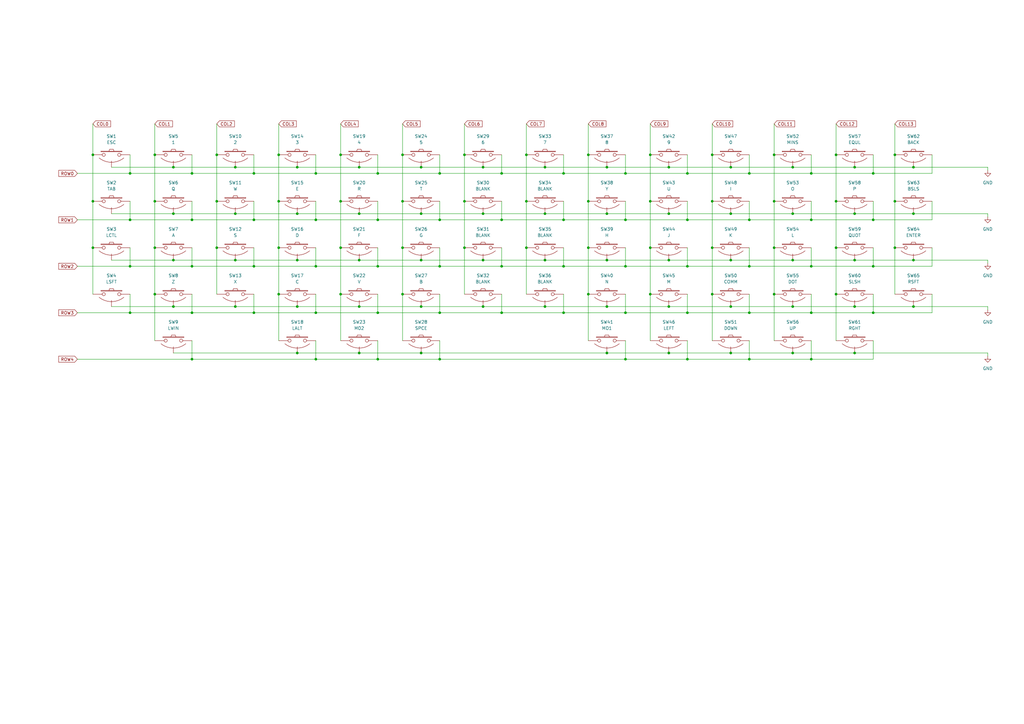
<source format=kicad_sch>
(kicad_sch (version 20211123) (generator eeschema)

  (uuid be50eec3-a0b5-41be-9e82-0f908ea26a3e)

  (paper "A3")

  (lib_symbols
    (symbol "cipulot_parts:EC_SW" (pin_numbers hide) (pin_names (offset 1.016) hide) (in_bom yes) (on_board yes)
      (property "Reference" "SW" (id 0) (at 3.81 2.794 0)
        (effects (font (size 1.27 1.27)))
      )
      (property "Value" "EC_SW" (id 1) (at -3.81 3.81 0)
        (effects (font (size 1.27 1.27)))
      )
      (property "Footprint" "" (id 2) (at 0 0 0)
        (effects (font (size 1.27 1.27)))
      )
      (property "Datasheet" "" (id 3) (at 0 0 0)
        (effects (font (size 1.27 1.27)))
      )
      (symbol "EC_SW_0_1"
        (arc (start -5.08 -1.27) (mid 0 -3.052) (end 5.08 -1.27)
          (stroke (width 0) (type default) (color 0 0 0 0))
          (fill (type none))
        )
        (rectangle (start -4.318 1.27) (end 4.318 1.524)
          (stroke (width 0) (type default) (color 0 0 0 0))
          (fill (type none))
        )
        (polyline
          (pts
            (xy -1.016 1.524)
            (xy -0.762 2.286)
            (xy 0.762 2.286)
            (xy 1.016 1.524)
          )
          (stroke (width 0) (type default) (color 0 0 0 0))
          (fill (type none))
        )
        (pin passive inverted (at -7.62 0 0) (length 5.08)
          (name "1" (effects (font (size 1.27 1.27))))
          (number "1" (effects (font (size 1.27 1.27))))
        )
        (pin passive inverted (at 7.62 0 180) (length 5.08)
          (name "2" (effects (font (size 1.27 1.27))))
          (number "2" (effects (font (size 1.27 1.27))))
        )
      )
      (symbol "EC_SW_1_1"
        (pin input line (at 0 -5.08 90) (length 2.54)
          (name "SG" (effects (font (size 1.27 1.27))))
          (number "3" (effects (font (size 1.27 1.27))))
        )
      )
    )
    (symbol "power:GND" (power) (pin_names (offset 0)) (in_bom yes) (on_board yes)
      (property "Reference" "#PWR" (id 0) (at 0 -6.35 0)
        (effects (font (size 1.27 1.27)) hide)
      )
      (property "Value" "GND" (id 1) (at 0 -3.81 0)
        (effects (font (size 1.27 1.27)))
      )
      (property "Footprint" "" (id 2) (at 0 0 0)
        (effects (font (size 1.27 1.27)) hide)
      )
      (property "Datasheet" "" (id 3) (at 0 0 0)
        (effects (font (size 1.27 1.27)) hide)
      )
      (property "ki_keywords" "power-flag" (id 4) (at 0 0 0)
        (effects (font (size 1.27 1.27)) hide)
      )
      (property "ki_description" "Power symbol creates a global label with name \"GND\" , ground" (id 5) (at 0 0 0)
        (effects (font (size 1.27 1.27)) hide)
      )
      (symbol "GND_0_1"
        (polyline
          (pts
            (xy 0 0)
            (xy 0 -1.27)
            (xy 1.27 -1.27)
            (xy 0 -2.54)
            (xy -1.27 -1.27)
            (xy 0 -1.27)
          )
          (stroke (width 0) (type default) (color 0 0 0 0))
          (fill (type none))
        )
      )
      (symbol "GND_1_1"
        (pin power_in line (at 0 0 270) (length 0) hide
          (name "GND" (effects (font (size 1.27 1.27))))
          (number "1" (effects (font (size 1.27 1.27))))
        )
      )
    )
  )

  (junction (at 78.74 109.22) (diameter 0) (color 0 0 0 0)
    (uuid 007e3fc7-5d9b-4042-b703-106c2c43eb8f)
  )
  (junction (at 104.14 90.17) (diameter 0) (color 0 0 0 0)
    (uuid 02779cd6-5c06-43f2-9188-03c8996c57cf)
  )
  (junction (at 299.72 125.73) (diameter 0) (color 0 0 0 0)
    (uuid 02b9611e-a2a1-4bea-ba8b-f47c5b626a96)
  )
  (junction (at 129.54 90.17) (diameter 0) (color 0 0 0 0)
    (uuid 03db069e-6e89-4ce7-ab76-5ea28cdf76a6)
  )
  (junction (at 104.14 71.12) (diameter 0) (color 0 0 0 0)
    (uuid 0788419a-27ab-4e76-a5c6-6f53ec5f741c)
  )
  (junction (at 223.52 87.63) (diameter 0) (color 0 0 0 0)
    (uuid 0a48f6a2-1d17-402a-8c47-a6de2479701a)
  )
  (junction (at 180.34 109.22) (diameter 0) (color 0 0 0 0)
    (uuid 0c22bd9f-0dbd-4902-a84d-b6c9c7069782)
  )
  (junction (at 292.1 120.65) (diameter 0) (color 0 0 0 0)
    (uuid 12ba2533-08e1-411c-913c-b928ea7fe3eb)
  )
  (junction (at 172.72 106.68) (diameter 0) (color 0 0 0 0)
    (uuid 12ea96a9-bfc8-4001-ba8e-6700e9a010c0)
  )
  (junction (at 180.34 71.12) (diameter 0) (color 0 0 0 0)
    (uuid 16e0e69d-048f-4f87-b738-af9020b44f09)
  )
  (junction (at 266.7 101.6) (diameter 0) (color 0 0 0 0)
    (uuid 18f215fb-20dc-4819-8ee6-5471929f0d23)
  )
  (junction (at 299.72 87.63) (diameter 0) (color 0 0 0 0)
    (uuid 1a656921-9cd4-48bf-bbf1-20edd5bb5e95)
  )
  (junction (at 332.74 90.17) (diameter 0) (color 0 0 0 0)
    (uuid 1bb50741-e889-4e8d-9fbb-c9ebf752cb4c)
  )
  (junction (at 96.52 125.73) (diameter 0) (color 0 0 0 0)
    (uuid 1c4a01d4-b3a5-4301-906a-b5b2fdf70117)
  )
  (junction (at 172.72 87.63) (diameter 0) (color 0 0 0 0)
    (uuid 1dec3524-2687-4472-9fc4-b5f28578041f)
  )
  (junction (at 154.94 128.27) (diameter 0) (color 0 0 0 0)
    (uuid 1e291d2d-b408-4ee4-bb5e-35a79a46079b)
  )
  (junction (at 154.94 109.22) (diameter 0) (color 0 0 0 0)
    (uuid 1e5319e9-f58b-47a1-b9c4-56fdf456a001)
  )
  (junction (at 63.5 63.5) (diameter 0) (color 0 0 0 0)
    (uuid 1f3aae25-5b6a-49dd-9299-37b8368621f5)
  )
  (junction (at 307.34 109.22) (diameter 0) (color 0 0 0 0)
    (uuid 1f516570-0e38-42b6-ade5-4744cfc5c699)
  )
  (junction (at 350.52 68.58) (diameter 0) (color 0 0 0 0)
    (uuid 201cf05f-2b04-4272-ad83-a1a4ae4e5f6d)
  )
  (junction (at 172.72 125.73) (diameter 0) (color 0 0 0 0)
    (uuid 22bcb490-e14b-40f1-9a9c-09848137c96b)
  )
  (junction (at 121.92 87.63) (diameter 0) (color 0 0 0 0)
    (uuid 2394c50f-b97c-4c19-a590-599bbd875c52)
  )
  (junction (at 231.14 71.12) (diameter 0) (color 0 0 0 0)
    (uuid 24cf2f0b-6e05-4ec1-a4e1-d4cbcc7a681f)
  )
  (junction (at 374.65 68.58) (diameter 0) (color 0 0 0 0)
    (uuid 25126e04-75f8-4155-8f68-394046286c86)
  )
  (junction (at 121.92 106.68) (diameter 0) (color 0 0 0 0)
    (uuid 2695a855-4595-48df-8b01-5c8c1c674529)
  )
  (junction (at 256.54 71.12) (diameter 0) (color 0 0 0 0)
    (uuid 27fbd012-3bdb-48c3-a39b-7cf0b0b32032)
  )
  (junction (at 53.34 128.27) (diameter 0) (color 0 0 0 0)
    (uuid 28eb747c-88cc-4768-8c63-635cbcdc3f9d)
  )
  (junction (at 205.74 71.12) (diameter 0) (color 0 0 0 0)
    (uuid 2d090c3f-8532-4604-9a89-6355baf5c77b)
  )
  (junction (at 292.1 82.55) (diameter 0) (color 0 0 0 0)
    (uuid 2efc01e0-f3b1-4e1d-82f6-c54f78956594)
  )
  (junction (at 139.7 63.5) (diameter 0) (color 0 0 0 0)
    (uuid 2f93ea04-98ac-4f28-a669-dff76d44d005)
  )
  (junction (at 350.52 125.73) (diameter 0) (color 0 0 0 0)
    (uuid 30e683ea-af28-49e8-a58d-cab915ffa142)
  )
  (junction (at 332.74 71.12) (diameter 0) (color 0 0 0 0)
    (uuid 31d5c3db-f7d3-42d4-8cf1-91b99d1d8a71)
  )
  (junction (at 342.9 101.6) (diameter 0) (color 0 0 0 0)
    (uuid 321cb765-f9f4-4a30-8644-72304929598b)
  )
  (junction (at 317.5 101.6) (diameter 0) (color 0 0 0 0)
    (uuid 35fd4cee-4263-45bb-92c9-d411c3970b96)
  )
  (junction (at 231.14 128.27) (diameter 0) (color 0 0 0 0)
    (uuid 3611b78c-afbb-4157-8773-e6b8c214e4b7)
  )
  (junction (at 71.12 125.73) (diameter 0) (color 0 0 0 0)
    (uuid 38831fd4-bdc7-4b49-ad62-1b12808c1053)
  )
  (junction (at 307.34 128.27) (diameter 0) (color 0 0 0 0)
    (uuid 38a500f1-879d-432e-9121-a04f736df8ed)
  )
  (junction (at 248.92 125.73) (diameter 0) (color 0 0 0 0)
    (uuid 3962ce01-a51f-44a9-a896-eb49f3e30826)
  )
  (junction (at 154.94 90.17) (diameter 0) (color 0 0 0 0)
    (uuid 396ebe2f-dd93-49fc-852e-4cdded631063)
  )
  (junction (at 78.74 128.27) (diameter 0) (color 0 0 0 0)
    (uuid 3abab122-851c-445b-9442-65561ed1348e)
  )
  (junction (at 147.32 68.58) (diameter 0) (color 0 0 0 0)
    (uuid 3ae8d0b7-2d7f-4f54-8d3a-f5333637cbd2)
  )
  (junction (at 374.65 87.63) (diameter 0) (color 0 0 0 0)
    (uuid 3af8b109-884e-4eee-b8b8-4f6909d5e365)
  )
  (junction (at 367.03 63.5) (diameter 0) (color 0 0 0 0)
    (uuid 3b8b14ea-5da2-46d9-b8b3-2b4955001d8a)
  )
  (junction (at 332.74 109.22) (diameter 0) (color 0 0 0 0)
    (uuid 3c032610-d782-480f-8818-ef50230eb4d3)
  )
  (junction (at 332.74 128.27) (diameter 0) (color 0 0 0 0)
    (uuid 3f4b63fb-e4fa-4dc9-abda-51cbda66e840)
  )
  (junction (at 114.3 63.5) (diameter 0) (color 0 0 0 0)
    (uuid 411601b9-a396-4842-b978-112c7ed0eb9c)
  )
  (junction (at 317.5 82.55) (diameter 0) (color 0 0 0 0)
    (uuid 426778e3-ba64-4dab-a4b0-9a8017054ed0)
  )
  (junction (at 78.74 90.17) (diameter 0) (color 0 0 0 0)
    (uuid 45a010ac-f9fc-4ed5-9743-ed7e0cb84541)
  )
  (junction (at 215.9 82.55) (diameter 0) (color 0 0 0 0)
    (uuid 45b9943d-3cc3-4556-bfb6-55452d52144f)
  )
  (junction (at 129.54 109.22) (diameter 0) (color 0 0 0 0)
    (uuid 48754ba9-ad90-4d50-9066-5165d01ed334)
  )
  (junction (at 317.5 63.5) (diameter 0) (color 0 0 0 0)
    (uuid 4ac0804a-e6db-439c-8f1d-a8867a79e390)
  )
  (junction (at 205.74 128.27) (diameter 0) (color 0 0 0 0)
    (uuid 4b97ba7b-a04b-4489-ade3-d8d32bdb211e)
  )
  (junction (at 325.12 144.78) (diameter 0) (color 0 0 0 0)
    (uuid 4ba29aa6-ce4b-43a8-aa9e-036ec47593df)
  )
  (junction (at 248.92 144.78) (diameter 0) (color 0 0 0 0)
    (uuid 4d463291-49ce-430c-8dbc-eaa7362b2e5d)
  )
  (junction (at 281.94 71.12) (diameter 0) (color 0 0 0 0)
    (uuid 4d6be04a-093d-42b4-9c9c-1eb1b46f6bc5)
  )
  (junction (at 88.9 82.55) (diameter 0) (color 0 0 0 0)
    (uuid 4fd8da99-91aa-409c-aa9e-2fd6a3f1edd8)
  )
  (junction (at 96.52 106.68) (diameter 0) (color 0 0 0 0)
    (uuid 52af2b87-724f-4bc8-84c4-da471dd98d4f)
  )
  (junction (at 274.32 144.78) (diameter 0) (color 0 0 0 0)
    (uuid 549e1075-9995-4319-9b30-cc3442410cf0)
  )
  (junction (at 248.92 87.63) (diameter 0) (color 0 0 0 0)
    (uuid 55a91fd3-2b3a-4448-9177-dc7c93ad51db)
  )
  (junction (at 63.5 82.55) (diameter 0) (color 0 0 0 0)
    (uuid 5694e052-30ae-4eb3-9dfb-231a518a1d5b)
  )
  (junction (at 121.92 125.73) (diameter 0) (color 0 0 0 0)
    (uuid 583f94c1-9d0c-4810-b9e3-0a3bc95ab788)
  )
  (junction (at 71.12 68.58) (diameter 0) (color 0 0 0 0)
    (uuid 5a240a28-f3a0-46a9-b398-8c6c8d4b1d1a)
  )
  (junction (at 180.34 147.32) (diameter 0) (color 0 0 0 0)
    (uuid 5ab8cd6e-6189-4345-996b-cd7c25c24641)
  )
  (junction (at 78.74 71.12) (diameter 0) (color 0 0 0 0)
    (uuid 5b407f48-9b6c-465b-8938-22e21eb21302)
  )
  (junction (at 53.34 71.12) (diameter 0) (color 0 0 0 0)
    (uuid 5c624dfa-5b49-4766-9db8-8db1a3a2ff58)
  )
  (junction (at 215.9 63.5) (diameter 0) (color 0 0 0 0)
    (uuid 5d9350bf-8003-406b-a805-06b5f78e9f6e)
  )
  (junction (at 350.52 87.63) (diameter 0) (color 0 0 0 0)
    (uuid 5e4977b5-2ab6-4b6d-8007-bed65994ae59)
  )
  (junction (at 342.9 82.55) (diameter 0) (color 0 0 0 0)
    (uuid 5fc4955a-1f6c-499f-bfc8-cc23125d6f8d)
  )
  (junction (at 147.32 87.63) (diameter 0) (color 0 0 0 0)
    (uuid 624000c0-0579-4788-88ae-2e1c942b6b5d)
  )
  (junction (at 231.14 109.22) (diameter 0) (color 0 0 0 0)
    (uuid 634fd34d-0505-4e25-a0f4-089f33e97f7a)
  )
  (junction (at 256.54 147.32) (diameter 0) (color 0 0 0 0)
    (uuid 6602bc03-5a38-4cf3-a3a6-3740b206ef51)
  )
  (junction (at 299.72 106.68) (diameter 0) (color 0 0 0 0)
    (uuid 67100bbf-9829-4906-a503-dffdbde86d18)
  )
  (junction (at 165.1 120.65) (diameter 0) (color 0 0 0 0)
    (uuid 686de1ee-aff7-4664-86cf-4db8d9247d8b)
  )
  (junction (at 342.9 63.5) (diameter 0) (color 0 0 0 0)
    (uuid 69875717-ac4b-4552-ac55-d1b93da868fc)
  )
  (junction (at 96.52 68.58) (diameter 0) (color 0 0 0 0)
    (uuid 6bdc2c3f-7ed9-4d01-bc61-c5a862259300)
  )
  (junction (at 165.1 63.5) (diameter 0) (color 0 0 0 0)
    (uuid 6dd9904a-c73f-4dd0-b807-b054cf0401f8)
  )
  (junction (at 367.03 82.55) (diameter 0) (color 0 0 0 0)
    (uuid 6e6d5305-bac4-4e7a-9d62-20ce41cc58ec)
  )
  (junction (at 342.9 120.65) (diameter 0) (color 0 0 0 0)
    (uuid 700bb9f1-c1b5-42cd-b5e9-50bbd03f956c)
  )
  (junction (at 147.32 125.73) (diameter 0) (color 0 0 0 0)
    (uuid 704b794f-40d9-4383-9efb-314d7fdee75b)
  )
  (junction (at 358.14 128.27) (diameter 0) (color 0 0 0 0)
    (uuid 72f28ca3-908a-4458-ae89-778f370cf4cd)
  )
  (junction (at 299.72 68.58) (diameter 0) (color 0 0 0 0)
    (uuid 738ca532-0f4f-46bb-a313-cf8fb0198e56)
  )
  (junction (at 88.9 101.6) (diameter 0) (color 0 0 0 0)
    (uuid 7447c3be-7c1f-4907-92d5-6e26f252650d)
  )
  (junction (at 96.52 87.63) (diameter 0) (color 0 0 0 0)
    (uuid 793b10fc-7c9c-4b28-bee2-26d90c9fb126)
  )
  (junction (at 215.9 101.6) (diameter 0) (color 0 0 0 0)
    (uuid 7ace3d5c-4ca2-4813-bf63-202af872450d)
  )
  (junction (at 114.3 101.6) (diameter 0) (color 0 0 0 0)
    (uuid 7bdd0d9a-5769-4c15-9ae8-88ddf5b8ed9a)
  )
  (junction (at 241.3 82.55) (diameter 0) (color 0 0 0 0)
    (uuid 7f5a7f1a-43f8-421f-a515-1bb737ca1bc6)
  )
  (junction (at 307.34 71.12) (diameter 0) (color 0 0 0 0)
    (uuid 803242ab-431b-42df-b3b9-2cac7f9266d5)
  )
  (junction (at 129.54 71.12) (diameter 0) (color 0 0 0 0)
    (uuid 8056868b-74fb-43de-ac62-2ef16013db68)
  )
  (junction (at 165.1 82.55) (diameter 0) (color 0 0 0 0)
    (uuid 80deb889-b646-4b1b-a99b-8f5af97f402f)
  )
  (junction (at 71.12 106.68) (diameter 0) (color 0 0 0 0)
    (uuid 82fc5cba-bad8-44b9-8290-aec96b1884fd)
  )
  (junction (at 104.14 128.27) (diameter 0) (color 0 0 0 0)
    (uuid 83596716-7d08-4812-9fc4-53d5afb6b1dc)
  )
  (junction (at 281.94 147.32) (diameter 0) (color 0 0 0 0)
    (uuid 8363a8f0-bc76-4fd7-b246-2c816601a306)
  )
  (junction (at 223.52 106.68) (diameter 0) (color 0 0 0 0)
    (uuid 85266d99-9c41-4507-b2a1-27abd9599201)
  )
  (junction (at 350.52 144.78) (diameter 0) (color 0 0 0 0)
    (uuid 86f0ca4a-252e-44b0-aaab-7496ea1f4d13)
  )
  (junction (at 147.32 144.78) (diameter 0) (color 0 0 0 0)
    (uuid 878af457-b4d6-47d2-820d-228f2e2f369f)
  )
  (junction (at 274.32 68.58) (diameter 0) (color 0 0 0 0)
    (uuid 89ae7632-456a-48d4-9365-2c1dddfd40ba)
  )
  (junction (at 104.14 109.22) (diameter 0) (color 0 0 0 0)
    (uuid 8a49a4f6-75a5-4773-8655-ec36fa4e8e32)
  )
  (junction (at 358.14 71.12) (diameter 0) (color 0 0 0 0)
    (uuid 8b7ca5ba-cf1f-4e70-afae-f42b445a5f93)
  )
  (junction (at 325.12 106.68) (diameter 0) (color 0 0 0 0)
    (uuid 8befdeaf-1e80-42f6-9586-bedf49b61aff)
  )
  (junction (at 147.32 106.68) (diameter 0) (color 0 0 0 0)
    (uuid 8d22fc38-a514-4e0d-950b-3a8924c8d608)
  )
  (junction (at 256.54 128.27) (diameter 0) (color 0 0 0 0)
    (uuid 8d769b5e-7938-4a38-b712-a28c01781094)
  )
  (junction (at 248.92 68.58) (diameter 0) (color 0 0 0 0)
    (uuid 8e762d56-880f-434d-9ea2-543b37be2850)
  )
  (junction (at 198.12 125.73) (diameter 0) (color 0 0 0 0)
    (uuid 8eb3b2c3-c8d5-4428-8a09-9bbb27818198)
  )
  (junction (at 63.5 120.65) (diameter 0) (color 0 0 0 0)
    (uuid 915a5bd5-16c5-42e4-a7fd-b652162112d4)
  )
  (junction (at 198.12 68.58) (diameter 0) (color 0 0 0 0)
    (uuid 937abd6f-7d55-4e9a-8936-1f9ac613ea26)
  )
  (junction (at 38.1 101.6) (diameter 0) (color 0 0 0 0)
    (uuid 9cfbaba3-30af-4b97-bc74-acc402bf6692)
  )
  (junction (at 248.92 106.68) (diameter 0) (color 0 0 0 0)
    (uuid 9fcac0d7-34cb-4aab-9b9f-f1a6d24624e8)
  )
  (junction (at 190.5 82.55) (diameter 0) (color 0 0 0 0)
    (uuid a25b2469-cbda-4862-9702-e252b98cda9e)
  )
  (junction (at 154.94 147.32) (diameter 0) (color 0 0 0 0)
    (uuid a279908b-5309-4364-af15-1dae4e2409ab)
  )
  (junction (at 292.1 101.6) (diameter 0) (color 0 0 0 0)
    (uuid a45feeb5-fbc7-44a9-a56b-7f486ab5439c)
  )
  (junction (at 139.7 101.6) (diameter 0) (color 0 0 0 0)
    (uuid a487a90f-178f-40c5-aeb6-d15255108fe7)
  )
  (junction (at 256.54 90.17) (diameter 0) (color 0 0 0 0)
    (uuid a498f099-628a-4aeb-9ace-7d0335591bc0)
  )
  (junction (at 129.54 128.27) (diameter 0) (color 0 0 0 0)
    (uuid a82d3905-cf05-4caa-b36a-513ac9635edb)
  )
  (junction (at 256.54 109.22) (diameter 0) (color 0 0 0 0)
    (uuid aaeb14be-c7b8-45af-8cf9-4c55decf41e6)
  )
  (junction (at 223.52 68.58) (diameter 0) (color 0 0 0 0)
    (uuid ac0463ab-1380-46b0-9ed6-49578a00958e)
  )
  (junction (at 241.3 101.6) (diameter 0) (color 0 0 0 0)
    (uuid ae5f2b77-3c5e-4b26-b14c-0da5fa3da32d)
  )
  (junction (at 266.7 120.65) (diameter 0) (color 0 0 0 0)
    (uuid ae6a8f9f-2251-4a00-9b42-aa071ff96eae)
  )
  (junction (at 38.1 82.55) (diameter 0) (color 0 0 0 0)
    (uuid b0360d7e-5811-442b-9d9a-613540571cbe)
  )
  (junction (at 307.34 90.17) (diameter 0) (color 0 0 0 0)
    (uuid b086946a-6948-4952-85cc-80dfd4cf8672)
  )
  (junction (at 332.74 147.32) (diameter 0) (color 0 0 0 0)
    (uuid b3ac3b5b-2085-4ea3-8854-b5782995dde5)
  )
  (junction (at 139.7 82.55) (diameter 0) (color 0 0 0 0)
    (uuid b489156d-ae40-4a3f-8a36-9f3b7f4dbf4e)
  )
  (junction (at 307.34 147.32) (diameter 0) (color 0 0 0 0)
    (uuid b52fe0ce-a5b4-48c5-8e53-6fd839a500a1)
  )
  (junction (at 223.52 125.73) (diameter 0) (color 0 0 0 0)
    (uuid b685bc23-0b0a-46cb-be93-0840e6caf256)
  )
  (junction (at 266.7 82.55) (diameter 0) (color 0 0 0 0)
    (uuid b68c50fb-ee0e-4be4-9e81-efc786815a69)
  )
  (junction (at 358.14 90.17) (diameter 0) (color 0 0 0 0)
    (uuid b9989ad3-1041-4998-9fb0-8fe59c4a015f)
  )
  (junction (at 114.3 82.55) (diameter 0) (color 0 0 0 0)
    (uuid ba4f314e-0b2e-4bab-ad7d-ef64bd519028)
  )
  (junction (at 53.34 90.17) (diameter 0) (color 0 0 0 0)
    (uuid bee0feb7-32df-4878-ba41-af34c0f7051c)
  )
  (junction (at 180.34 128.27) (diameter 0) (color 0 0 0 0)
    (uuid c2db4034-f2dc-46b8-bd1b-527ccac3acfa)
  )
  (junction (at 241.3 63.5) (diameter 0) (color 0 0 0 0)
    (uuid c5ecbb58-a28e-4df1-9413-6fa302759a58)
  )
  (junction (at 114.3 120.65) (diameter 0) (color 0 0 0 0)
    (uuid c6733402-ed34-48e9-af91-5f23dc4f9b3b)
  )
  (junction (at 190.5 63.5) (diameter 0) (color 0 0 0 0)
    (uuid ca82ff06-d192-42ad-8e96-480378560583)
  )
  (junction (at 88.9 63.5) (diameter 0) (color 0 0 0 0)
    (uuid cc975054-cba9-424b-a59d-1874a64ec049)
  )
  (junction (at 172.72 144.78) (diameter 0) (color 0 0 0 0)
    (uuid d022bc27-bbfc-42bb-bccc-10353c179178)
  )
  (junction (at 38.1 63.5) (diameter 0) (color 0 0 0 0)
    (uuid d0f91df4-8048-4565-a6bd-d2a0c40df07d)
  )
  (junction (at 281.94 109.22) (diameter 0) (color 0 0 0 0)
    (uuid d121c97e-509e-4088-b55d-df21af2c36a6)
  )
  (junction (at 241.3 120.65) (diameter 0) (color 0 0 0 0)
    (uuid d1ad6720-87ef-4c25-92da-c334bda15155)
  )
  (junction (at 121.92 68.58) (diameter 0) (color 0 0 0 0)
    (uuid d4febeb3-72d1-49fe-aed1-602eda4c873e)
  )
  (junction (at 190.5 101.6) (diameter 0) (color 0 0 0 0)
    (uuid d58b91d2-78d1-4545-8b8e-113808f69180)
  )
  (junction (at 374.65 125.73) (diameter 0) (color 0 0 0 0)
    (uuid d9d085fa-9db7-4cdf-98e3-a09d0e5e2d3c)
  )
  (junction (at 198.12 87.63) (diameter 0) (color 0 0 0 0)
    (uuid db70b67b-51c0-4ad8-bbd2-54120d6fc7fc)
  )
  (junction (at 325.12 87.63) (diameter 0) (color 0 0 0 0)
    (uuid dd570812-c38c-4501-8688-3acc4a1e54ac)
  )
  (junction (at 198.12 106.68) (diameter 0) (color 0 0 0 0)
    (uuid dd849188-7348-42e4-9f65-1fd2148baeff)
  )
  (junction (at 129.54 147.32) (diameter 0) (color 0 0 0 0)
    (uuid ddaf3886-779d-45ef-8676-90c7d7677ba7)
  )
  (junction (at 154.94 71.12) (diameter 0) (color 0 0 0 0)
    (uuid de01e7af-4cc9-495f-b219-dd62b9fe0688)
  )
  (junction (at 367.03 101.6) (diameter 0) (color 0 0 0 0)
    (uuid deb924a4-0b95-4724-8f7f-b0c4b5749f05)
  )
  (junction (at 274.32 87.63) (diameter 0) (color 0 0 0 0)
    (uuid df0ff585-c338-4ec6-942e-70a216f1ab8b)
  )
  (junction (at 325.12 68.58) (diameter 0) (color 0 0 0 0)
    (uuid e142c975-c19f-404b-afeb-a140d396742d)
  )
  (junction (at 139.7 120.65) (diameter 0) (color 0 0 0 0)
    (uuid e24390f9-395b-4936-a6d7-cdeb55912f8f)
  )
  (junction (at 53.34 109.22) (diameter 0) (color 0 0 0 0)
    (uuid e38f11c2-01bc-40ea-87a0-5557901636e0)
  )
  (junction (at 63.5 101.6) (diameter 0) (color 0 0 0 0)
    (uuid e3de3a18-d789-41c5-8f4b-75d368707cab)
  )
  (junction (at 172.72 68.58) (diameter 0) (color 0 0 0 0)
    (uuid e4c284e7-32ce-4f94-80de-227b68e5b24f)
  )
  (junction (at 205.74 90.17) (diameter 0) (color 0 0 0 0)
    (uuid e5569435-1c6f-4196-816e-7ca49a2d7a8b)
  )
  (junction (at 274.32 125.73) (diameter 0) (color 0 0 0 0)
    (uuid e563e823-9e81-4eaf-bdb5-112843096649)
  )
  (junction (at 317.5 120.65) (diameter 0) (color 0 0 0 0)
    (uuid e72ea2f4-6645-4d3b-946e-06bed37d3af8)
  )
  (junction (at 350.52 106.68) (diameter 0) (color 0 0 0 0)
    (uuid e8c23661-3d01-4a8a-a1bd-86b18a33b74c)
  )
  (junction (at 274.32 106.68) (diameter 0) (color 0 0 0 0)
    (uuid ea361456-d768-4efd-9721-1da7d2c17d1d)
  )
  (junction (at 325.12 125.73) (diameter 0) (color 0 0 0 0)
    (uuid ec219d1f-b4cc-4554-bb3f-17b8f11b61e4)
  )
  (junction (at 374.65 106.68) (diameter 0) (color 0 0 0 0)
    (uuid edb58050-ad08-456e-92c6-ff77a4e93118)
  )
  (junction (at 205.74 109.22) (diameter 0) (color 0 0 0 0)
    (uuid ef4c60a1-79e9-4681-bfce-ed78aca076be)
  )
  (junction (at 281.94 90.17) (diameter 0) (color 0 0 0 0)
    (uuid efd82510-4ee5-4d38-838e-5c53d0069959)
  )
  (junction (at 231.14 90.17) (diameter 0) (color 0 0 0 0)
    (uuid efdc91d0-ffb3-4516-8684-3cbcd77e6642)
  )
  (junction (at 71.12 87.63) (diameter 0) (color 0 0 0 0)
    (uuid f11a2937-9ed0-4fd5-b93a-bc7b7a7798e7)
  )
  (junction (at 266.7 63.5) (diameter 0) (color 0 0 0 0)
    (uuid f40e2c1e-33bc-4c0a-8004-27c47f5ec544)
  )
  (junction (at 121.92 144.78) (diameter 0) (color 0 0 0 0)
    (uuid f4f0cf8b-57d7-4e02-8224-0ac0fd17d341)
  )
  (junction (at 165.1 101.6) (diameter 0) (color 0 0 0 0)
    (uuid f55cadfb-e3fc-454f-8ccd-ab835f2e4175)
  )
  (junction (at 358.14 109.22) (diameter 0) (color 0 0 0 0)
    (uuid f7d96e4f-9d9d-45db-9e49-7d588366c947)
  )
  (junction (at 281.94 128.27) (diameter 0) (color 0 0 0 0)
    (uuid f9cce4b3-2388-442f-8e92-c3fa211b1585)
  )
  (junction (at 292.1 63.5) (diameter 0) (color 0 0 0 0)
    (uuid f9e698fb-efdc-4792-abcf-e197a48cc5d8)
  )
  (junction (at 180.34 90.17) (diameter 0) (color 0 0 0 0)
    (uuid fa2b1fd8-8d28-4ab7-b7d0-e2d88b12eae2)
  )
  (junction (at 78.74 147.32) (diameter 0) (color 0 0 0 0)
    (uuid fd63030c-ab51-4821-aaca-0347f8c78aa5)
  )
  (junction (at 299.72 144.78) (diameter 0) (color 0 0 0 0)
    (uuid ff058d3b-3e29-4652-a13e-fd6512dee41c)
  )

  (wire (pts (xy 223.52 125.73) (xy 248.92 125.73))
    (stroke (width 0) (type default) (color 0 0 0 0))
    (uuid 00150054-e094-4ca9-8210-a42a2cf923a4)
  )
  (wire (pts (xy 147.32 106.68) (xy 172.72 106.68))
    (stroke (width 0) (type default) (color 0 0 0 0))
    (uuid 010d5fa2-9ec8-4de8-b644-3f26599012ce)
  )
  (wire (pts (xy 248.92 125.73) (xy 274.32 125.73))
    (stroke (width 0) (type default) (color 0 0 0 0))
    (uuid 0211cf8a-7517-4960-b999-ae04eb354398)
  )
  (wire (pts (xy 382.27 109.22) (xy 382.27 101.6))
    (stroke (width 0) (type default) (color 0 0 0 0))
    (uuid 0250ab03-147c-4281-b260-e4a1f4268db8)
  )
  (wire (pts (xy 45.72 68.58) (xy 71.12 68.58))
    (stroke (width 0) (type default) (color 0 0 0 0))
    (uuid 04923073-f7c1-4054-a6ae-9457e4908e9c)
  )
  (wire (pts (xy 104.14 71.12) (xy 129.54 71.12))
    (stroke (width 0) (type default) (color 0 0 0 0))
    (uuid 0620e8cb-2840-4fb3-883e-fdf94ed6a72a)
  )
  (wire (pts (xy 154.94 90.17) (xy 180.34 90.17))
    (stroke (width 0) (type default) (color 0 0 0 0))
    (uuid 077fe5da-e366-4c45-bd36-bc7032124083)
  )
  (wire (pts (xy 88.9 63.5) (xy 88.9 82.55))
    (stroke (width 0) (type default) (color 0 0 0 0))
    (uuid 086e252c-7143-4647-a656-d6f2e68e330e)
  )
  (wire (pts (xy 96.52 125.73) (xy 121.92 125.73))
    (stroke (width 0) (type default) (color 0 0 0 0))
    (uuid 08ece2b8-9698-4a69-a997-017a4874f2fc)
  )
  (wire (pts (xy 129.54 139.7) (xy 129.54 147.32))
    (stroke (width 0) (type default) (color 0 0 0 0))
    (uuid 091b44ab-7b38-40f5-b4e3-4576d9c0bcfa)
  )
  (wire (pts (xy 307.34 71.12) (xy 332.74 71.12))
    (stroke (width 0) (type default) (color 0 0 0 0))
    (uuid 09e3d73e-b0a7-48c7-9820-e3a86204891b)
  )
  (wire (pts (xy 63.5 50.8) (xy 63.5 63.5))
    (stroke (width 0) (type default) (color 0 0 0 0))
    (uuid 0a49c763-6c73-49bb-ad39-1307d94bde26)
  )
  (wire (pts (xy 332.74 63.5) (xy 332.74 71.12))
    (stroke (width 0) (type default) (color 0 0 0 0))
    (uuid 0b3a63a3-283b-4da1-8369-24be1c98ce99)
  )
  (wire (pts (xy 307.34 147.32) (xy 332.74 147.32))
    (stroke (width 0) (type default) (color 0 0 0 0))
    (uuid 0c9fad3b-2804-4072-a864-9f788b4af682)
  )
  (wire (pts (xy 154.94 101.6) (xy 154.94 109.22))
    (stroke (width 0) (type default) (color 0 0 0 0))
    (uuid 0e6b2b6b-7153-4dc7-a08c-d5902c5e7f09)
  )
  (wire (pts (xy 215.9 82.55) (xy 215.9 101.6))
    (stroke (width 0) (type default) (color 0 0 0 0))
    (uuid 0e85c0f8-7b10-4b2a-b796-a914efb27a74)
  )
  (wire (pts (xy 266.7 63.5) (xy 266.7 82.55))
    (stroke (width 0) (type default) (color 0 0 0 0))
    (uuid 0ec8a046-499c-4b90-bd47-24e0f9bfa4ee)
  )
  (wire (pts (xy 104.14 63.5) (xy 104.14 71.12))
    (stroke (width 0) (type default) (color 0 0 0 0))
    (uuid 0f969954-bdc4-47b5-ad40-44f05483602f)
  )
  (wire (pts (xy 307.34 90.17) (xy 332.74 90.17))
    (stroke (width 0) (type default) (color 0 0 0 0))
    (uuid 0fc5a0c6-3ccb-4993-90f6-6fe64ef23da3)
  )
  (wire (pts (xy 405.13 87.63) (xy 405.13 88.9))
    (stroke (width 0) (type default) (color 0 0 0 0))
    (uuid 105d0c42-312f-4c26-b331-9ccd28264978)
  )
  (wire (pts (xy 281.94 109.22) (xy 307.34 109.22))
    (stroke (width 0) (type default) (color 0 0 0 0))
    (uuid 105f8083-46e6-457e-b68e-1f3924051ba2)
  )
  (wire (pts (xy 53.34 63.5) (xy 53.34 71.12))
    (stroke (width 0) (type default) (color 0 0 0 0))
    (uuid 108510fc-8e5a-48dd-84b2-8f0f57670ba1)
  )
  (wire (pts (xy 266.7 50.8) (xy 266.7 63.5))
    (stroke (width 0) (type default) (color 0 0 0 0))
    (uuid 11760e4b-c1fa-40e7-8995-cafa02605588)
  )
  (wire (pts (xy 256.54 139.7) (xy 256.54 147.32))
    (stroke (width 0) (type default) (color 0 0 0 0))
    (uuid 117db9e8-97b8-401f-8e83-34f0bdf7ae80)
  )
  (wire (pts (xy 350.52 87.63) (xy 374.65 87.63))
    (stroke (width 0) (type default) (color 0 0 0 0))
    (uuid 1238a165-6f0d-449d-8ba9-3aa71515127d)
  )
  (wire (pts (xy 223.52 87.63) (xy 248.92 87.63))
    (stroke (width 0) (type default) (color 0 0 0 0))
    (uuid 1522c09b-73d0-4e14-bac7-5b3b3423fd3e)
  )
  (wire (pts (xy 274.32 106.68) (xy 299.72 106.68))
    (stroke (width 0) (type default) (color 0 0 0 0))
    (uuid 15ad334f-4423-4b52-a657-9456b77ce4c3)
  )
  (wire (pts (xy 281.94 101.6) (xy 281.94 109.22))
    (stroke (width 0) (type default) (color 0 0 0 0))
    (uuid 15e943de-cef5-4c84-984f-2bfcf0b3a386)
  )
  (wire (pts (xy 248.92 87.63) (xy 274.32 87.63))
    (stroke (width 0) (type default) (color 0 0 0 0))
    (uuid 171f1b52-1d1b-4a37-ad32-46fd62114c4b)
  )
  (wire (pts (xy 299.72 87.63) (xy 325.12 87.63))
    (stroke (width 0) (type default) (color 0 0 0 0))
    (uuid 176c8572-31a0-49f4-ae4f-f5a312f26a87)
  )
  (wire (pts (xy 332.74 120.65) (xy 332.74 128.27))
    (stroke (width 0) (type default) (color 0 0 0 0))
    (uuid 1a3344f4-bfda-4800-bd4b-5a3492b0d92b)
  )
  (wire (pts (xy 31.75 109.22) (xy 53.34 109.22))
    (stroke (width 0) (type default) (color 0 0 0 0))
    (uuid 1a6dd251-a375-4f30-9a55-074e0d724193)
  )
  (wire (pts (xy 358.14 90.17) (xy 382.27 90.17))
    (stroke (width 0) (type default) (color 0 0 0 0))
    (uuid 1bfb4bae-1b06-407c-af05-18261b1e929e)
  )
  (wire (pts (xy 274.32 144.78) (xy 299.72 144.78))
    (stroke (width 0) (type default) (color 0 0 0 0))
    (uuid 1c3d0840-c2a9-49f2-ba6f-6a8e1a134b01)
  )
  (wire (pts (xy 172.72 125.73) (xy 198.12 125.73))
    (stroke (width 0) (type default) (color 0 0 0 0))
    (uuid 1c815520-e298-4753-bfad-b310a5bd62c1)
  )
  (wire (pts (xy 88.9 82.55) (xy 88.9 101.6))
    (stroke (width 0) (type default) (color 0 0 0 0))
    (uuid 1db3f50b-62a0-4efb-8d74-5ecc5b202d0f)
  )
  (wire (pts (xy 215.9 63.5) (xy 215.9 82.55))
    (stroke (width 0) (type default) (color 0 0 0 0))
    (uuid 20f8010e-42da-45b8-91fe-59728c58c2c4)
  )
  (wire (pts (xy 215.9 50.8) (xy 215.9 63.5))
    (stroke (width 0) (type default) (color 0 0 0 0))
    (uuid 2336c1a1-98ec-47b2-8b0b-8991187598f4)
  )
  (wire (pts (xy 299.72 106.68) (xy 325.12 106.68))
    (stroke (width 0) (type default) (color 0 0 0 0))
    (uuid 27508b39-2fb6-48e3-be45-1af3ab4a840f)
  )
  (wire (pts (xy 342.9 50.8) (xy 342.9 63.5))
    (stroke (width 0) (type default) (color 0 0 0 0))
    (uuid 2834bf0d-9b89-4d03-9764-c15e47ba2dc6)
  )
  (wire (pts (xy 53.34 120.65) (xy 53.34 128.27))
    (stroke (width 0) (type default) (color 0 0 0 0))
    (uuid 28bc7164-32d0-40fb-9db2-ea41901af385)
  )
  (wire (pts (xy 231.14 128.27) (xy 256.54 128.27))
    (stroke (width 0) (type default) (color 0 0 0 0))
    (uuid 2addefe8-ae87-4d37-8ab5-6b19442a80ec)
  )
  (wire (pts (xy 172.72 106.68) (xy 198.12 106.68))
    (stroke (width 0) (type default) (color 0 0 0 0))
    (uuid 2c005ffe-5133-4797-ba1f-7dc139d728d8)
  )
  (wire (pts (xy 129.54 109.22) (xy 154.94 109.22))
    (stroke (width 0) (type default) (color 0 0 0 0))
    (uuid 2c8df4b3-0dac-46b6-be7c-278d1a3a8f46)
  )
  (wire (pts (xy 317.5 82.55) (xy 317.5 101.6))
    (stroke (width 0) (type default) (color 0 0 0 0))
    (uuid 2d15aa9f-d47f-4a05-8e6a-8c2fd7cf60b6)
  )
  (wire (pts (xy 165.1 50.8) (xy 165.1 63.5))
    (stroke (width 0) (type default) (color 0 0 0 0))
    (uuid 2ec850c9-aaa5-4a69-b4b2-3f8d7a968405)
  )
  (wire (pts (xy 205.74 90.17) (xy 231.14 90.17))
    (stroke (width 0) (type default) (color 0 0 0 0))
    (uuid 3229fbde-eaf3-473f-b6ac-6fd0f06d2ebb)
  )
  (wire (pts (xy 154.94 139.7) (xy 154.94 147.32))
    (stroke (width 0) (type default) (color 0 0 0 0))
    (uuid 322cbbc5-0482-4f79-8ee0-e1fed12c0b59)
  )
  (wire (pts (xy 241.3 120.65) (xy 241.3 139.7))
    (stroke (width 0) (type default) (color 0 0 0 0))
    (uuid 329b1e37-5692-4ec5-a34c-de4ccb4be512)
  )
  (wire (pts (xy 38.1 82.55) (xy 38.1 101.6))
    (stroke (width 0) (type default) (color 0 0 0 0))
    (uuid 32a485b6-7454-48bc-9e17-47774eb0991a)
  )
  (wire (pts (xy 299.72 125.73) (xy 325.12 125.73))
    (stroke (width 0) (type default) (color 0 0 0 0))
    (uuid 352b947b-2e30-436f-a33b-c4d45389f7e5)
  )
  (wire (pts (xy 367.03 50.8) (xy 367.03 63.5))
    (stroke (width 0) (type default) (color 0 0 0 0))
    (uuid 3549a84b-2528-41a1-aacb-34bf4a0abc44)
  )
  (wire (pts (xy 139.7 101.6) (xy 139.7 120.65))
    (stroke (width 0) (type default) (color 0 0 0 0))
    (uuid 365c6bbf-4c61-4a1b-a05b-dafcfef08deb)
  )
  (wire (pts (xy 342.9 63.5) (xy 342.9 82.55))
    (stroke (width 0) (type default) (color 0 0 0 0))
    (uuid 3673315a-3a95-453e-87f4-9cac954c59ed)
  )
  (wire (pts (xy 205.74 101.6) (xy 205.74 109.22))
    (stroke (width 0) (type default) (color 0 0 0 0))
    (uuid 36f2394d-6b9e-44f7-9f9a-26e365db0c64)
  )
  (wire (pts (xy 104.14 120.65) (xy 104.14 128.27))
    (stroke (width 0) (type default) (color 0 0 0 0))
    (uuid 3878fff6-f3f3-4d7f-9318-df179e469de9)
  )
  (wire (pts (xy 405.13 144.78) (xy 405.13 146.05))
    (stroke (width 0) (type default) (color 0 0 0 0))
    (uuid 39f56769-bbcf-4ee1-b055-d7837c267e32)
  )
  (wire (pts (xy 256.54 128.27) (xy 281.94 128.27))
    (stroke (width 0) (type default) (color 0 0 0 0))
    (uuid 3a68105a-1c95-42d6-bb7c-ce58ec8204f4)
  )
  (wire (pts (xy 374.65 68.58) (xy 405.13 68.58))
    (stroke (width 0) (type default) (color 0 0 0 0))
    (uuid 3c1a5822-6797-4e8c-9fb3-6be1e4d3c81d)
  )
  (wire (pts (xy 198.12 87.63) (xy 223.52 87.63))
    (stroke (width 0) (type default) (color 0 0 0 0))
    (uuid 3c66cac5-9fe4-44bd-b898-80bdfcc75622)
  )
  (wire (pts (xy 281.94 63.5) (xy 281.94 71.12))
    (stroke (width 0) (type default) (color 0 0 0 0))
    (uuid 3db31884-82b0-454e-a7f6-e65a200f3c1b)
  )
  (wire (pts (xy 307.34 128.27) (xy 332.74 128.27))
    (stroke (width 0) (type default) (color 0 0 0 0))
    (uuid 3e01d544-0381-479a-a7de-904c93d50a32)
  )
  (wire (pts (xy 223.52 106.68) (xy 248.92 106.68))
    (stroke (width 0) (type default) (color 0 0 0 0))
    (uuid 3e0f1239-8353-4f27-93cc-d7ea8c2ed778)
  )
  (wire (pts (xy 139.7 82.55) (xy 139.7 101.6))
    (stroke (width 0) (type default) (color 0 0 0 0))
    (uuid 3e3c8692-a8bd-4f01-a4c3-76fd345d55b9)
  )
  (wire (pts (xy 180.34 120.65) (xy 180.34 128.27))
    (stroke (width 0) (type default) (color 0 0 0 0))
    (uuid 3e3e07cc-3bc7-4233-9f44-9094c9d965fb)
  )
  (wire (pts (xy 274.32 87.63) (xy 299.72 87.63))
    (stroke (width 0) (type default) (color 0 0 0 0))
    (uuid 3e7d7e27-b38c-4df3-aaf8-08270d352300)
  )
  (wire (pts (xy 256.54 120.65) (xy 256.54 128.27))
    (stroke (width 0) (type default) (color 0 0 0 0))
    (uuid 3f6ef4d0-c9e9-4a14-9a0b-5223613ec3cd)
  )
  (wire (pts (xy 205.74 82.55) (xy 205.74 90.17))
    (stroke (width 0) (type default) (color 0 0 0 0))
    (uuid 421b59bd-4ead-417b-b1a3-b56ffa537b92)
  )
  (wire (pts (xy 78.74 90.17) (xy 104.14 90.17))
    (stroke (width 0) (type default) (color 0 0 0 0))
    (uuid 42353642-c421-4177-8c95-a46c6fd7f79c)
  )
  (wire (pts (xy 78.74 109.22) (xy 104.14 109.22))
    (stroke (width 0) (type default) (color 0 0 0 0))
    (uuid 4299f444-db86-490e-b90f-dd599ea71472)
  )
  (wire (pts (xy 248.92 144.78) (xy 274.32 144.78))
    (stroke (width 0) (type default) (color 0 0 0 0))
    (uuid 45ac11e0-f7fd-488b-a8eb-151f7643a8dc)
  )
  (wire (pts (xy 342.9 101.6) (xy 342.9 120.65))
    (stroke (width 0) (type default) (color 0 0 0 0))
    (uuid 475e539b-c52b-4222-b32a-90000188171f)
  )
  (wire (pts (xy 231.14 101.6) (xy 231.14 109.22))
    (stroke (width 0) (type default) (color 0 0 0 0))
    (uuid 48271942-77a6-46c7-984a-004a6774c2cb)
  )
  (wire (pts (xy 292.1 101.6) (xy 292.1 120.65))
    (stroke (width 0) (type default) (color 0 0 0 0))
    (uuid 4883c6a5-8750-4419-a946-0e508fa4cbcb)
  )
  (wire (pts (xy 53.34 82.55) (xy 53.34 90.17))
    (stroke (width 0) (type default) (color 0 0 0 0))
    (uuid 48cd5538-1409-4321-b2d3-b20ef20d5393)
  )
  (wire (pts (xy 71.12 87.63) (xy 96.52 87.63))
    (stroke (width 0) (type default) (color 0 0 0 0))
    (uuid 49a5f1ef-73f6-4b54-a80d-2e8ecc7b54c6)
  )
  (wire (pts (xy 165.1 63.5) (xy 165.1 82.55))
    (stroke (width 0) (type default) (color 0 0 0 0))
    (uuid 4a29557a-07d5-4ae0-b6f9-1bf806dfba69)
  )
  (wire (pts (xy 180.34 82.55) (xy 180.34 90.17))
    (stroke (width 0) (type default) (color 0 0 0 0))
    (uuid 4ab7ad09-70b6-43d7-9a86-c6691dad838f)
  )
  (wire (pts (xy 241.3 63.5) (xy 241.3 82.55))
    (stroke (width 0) (type default) (color 0 0 0 0))
    (uuid 4affbc43-49c4-46df-a780-c703434e5129)
  )
  (wire (pts (xy 165.1 101.6) (xy 165.1 120.65))
    (stroke (width 0) (type default) (color 0 0 0 0))
    (uuid 4dce356e-74c9-4b04-97ee-25bbad00739a)
  )
  (wire (pts (xy 154.94 128.27) (xy 180.34 128.27))
    (stroke (width 0) (type default) (color 0 0 0 0))
    (uuid 4e26c627-acc7-4f63-b668-cfe923a0a029)
  )
  (wire (pts (xy 139.7 50.8) (xy 139.7 63.5))
    (stroke (width 0) (type default) (color 0 0 0 0))
    (uuid 51ccbdfa-b36c-4b3a-8f38-bc98d271af4d)
  )
  (wire (pts (xy 299.72 68.58) (xy 325.12 68.58))
    (stroke (width 0) (type default) (color 0 0 0 0))
    (uuid 526b099c-128c-48e3-ac6b-ad085fcadc69)
  )
  (wire (pts (xy 96.52 106.68) (xy 121.92 106.68))
    (stroke (width 0) (type default) (color 0 0 0 0))
    (uuid 565466fd-571d-4760-b584-338cfde828b8)
  )
  (wire (pts (xy 198.12 68.58) (xy 223.52 68.58))
    (stroke (width 0) (type default) (color 0 0 0 0))
    (uuid 584632e9-b225-4a34-a997-23e73d7444a6)
  )
  (wire (pts (xy 78.74 120.65) (xy 78.74 128.27))
    (stroke (width 0) (type default) (color 0 0 0 0))
    (uuid 5b098dab-dbd7-4e8e-8de8-09f9d50d49e5)
  )
  (wire (pts (xy 358.14 128.27) (xy 382.27 128.27))
    (stroke (width 0) (type default) (color 0 0 0 0))
    (uuid 5ecb2cf8-be3e-46cf-87ec-77c47d20a70d)
  )
  (wire (pts (xy 256.54 147.32) (xy 281.94 147.32))
    (stroke (width 0) (type default) (color 0 0 0 0))
    (uuid 5ed77d27-960e-427f-b697-4e76c2b039e3)
  )
  (wire (pts (xy 129.54 120.65) (xy 129.54 128.27))
    (stroke (width 0) (type default) (color 0 0 0 0))
    (uuid 5fba1d25-75d9-4d2a-aea0-b0828da156c6)
  )
  (wire (pts (xy 350.52 68.58) (xy 374.65 68.58))
    (stroke (width 0) (type default) (color 0 0 0 0))
    (uuid 601db354-cba5-4278-bbdf-9f246be8ebc6)
  )
  (wire (pts (xy 71.12 144.78) (xy 121.92 144.78))
    (stroke (width 0) (type default) (color 0 0 0 0))
    (uuid 60ad36d7-c20b-4dcb-825b-f80ec53e298f)
  )
  (wire (pts (xy 154.94 63.5) (xy 154.94 71.12))
    (stroke (width 0) (type default) (color 0 0 0 0))
    (uuid 614411fb-1f80-4cbd-857f-b010af12e4a0)
  )
  (wire (pts (xy 139.7 63.5) (xy 139.7 82.55))
    (stroke (width 0) (type default) (color 0 0 0 0))
    (uuid 61908f3e-0b2b-43dd-820c-7fa57591d3d8)
  )
  (wire (pts (xy 405.13 125.73) (xy 405.13 127))
    (stroke (width 0) (type default) (color 0 0 0 0))
    (uuid 63df51e4-c143-4b43-ba70-aa8573be40a0)
  )
  (wire (pts (xy 350.52 106.68) (xy 374.65 106.68))
    (stroke (width 0) (type default) (color 0 0 0 0))
    (uuid 658a233f-7db7-4c78-b242-d9dd4ea8e0f2)
  )
  (wire (pts (xy 292.1 82.55) (xy 292.1 101.6))
    (stroke (width 0) (type default) (color 0 0 0 0))
    (uuid 6758f891-a65a-40bf-aaf3-dd05b972b47a)
  )
  (wire (pts (xy 231.14 71.12) (xy 256.54 71.12))
    (stroke (width 0) (type default) (color 0 0 0 0))
    (uuid 68b541ac-36dd-4273-bb60-ec706b5fe7c1)
  )
  (wire (pts (xy 367.03 82.55) (xy 367.03 101.6))
    (stroke (width 0) (type default) (color 0 0 0 0))
    (uuid 695c9316-8236-4b0d-aee5-e4c59f0f044c)
  )
  (wire (pts (xy 332.74 109.22) (xy 358.14 109.22))
    (stroke (width 0) (type default) (color 0 0 0 0))
    (uuid 69621c7e-a1a4-4e80-a4ad-d74431ce5e36)
  )
  (wire (pts (xy 205.74 63.5) (xy 205.74 71.12))
    (stroke (width 0) (type default) (color 0 0 0 0))
    (uuid 6a4d7d42-c6c2-4f5c-a353-82e65d149416)
  )
  (wire (pts (xy 121.92 125.73) (xy 147.32 125.73))
    (stroke (width 0) (type default) (color 0 0 0 0))
    (uuid 6c248eeb-d315-487a-ac04-ebd313bf9c9c)
  )
  (wire (pts (xy 299.72 144.78) (xy 325.12 144.78))
    (stroke (width 0) (type default) (color 0 0 0 0))
    (uuid 6c2b7592-a566-4a46-ab33-80d9072c3a94)
  )
  (wire (pts (xy 165.1 82.55) (xy 165.1 101.6))
    (stroke (width 0) (type default) (color 0 0 0 0))
    (uuid 6d310c0d-fed8-4167-9730-420f2d492eb9)
  )
  (wire (pts (xy 129.54 63.5) (xy 129.54 71.12))
    (stroke (width 0) (type default) (color 0 0 0 0))
    (uuid 6dd61a4d-2ac0-406f-934d-740812547068)
  )
  (wire (pts (xy 172.72 144.78) (xy 248.92 144.78))
    (stroke (width 0) (type default) (color 0 0 0 0))
    (uuid 6e9f931f-9eb7-4e90-b2b7-8685f41434d8)
  )
  (wire (pts (xy 325.12 87.63) (xy 350.52 87.63))
    (stroke (width 0) (type default) (color 0 0 0 0))
    (uuid 6ecdf0ab-6812-4a58-8a76-d6ab73f6614c)
  )
  (wire (pts (xy 114.3 120.65) (xy 114.3 139.7))
    (stroke (width 0) (type default) (color 0 0 0 0))
    (uuid 6f0c46c1-8144-41ed-81df-d416044be95c)
  )
  (wire (pts (xy 78.74 128.27) (xy 104.14 128.27))
    (stroke (width 0) (type default) (color 0 0 0 0))
    (uuid 705a4b5a-02a8-47d5-b9c1-70829c0520a7)
  )
  (wire (pts (xy 281.94 147.32) (xy 307.34 147.32))
    (stroke (width 0) (type default) (color 0 0 0 0))
    (uuid 72544635-d078-4fbd-af45-d3e02663de23)
  )
  (wire (pts (xy 325.12 68.58) (xy 350.52 68.58))
    (stroke (width 0) (type default) (color 0 0 0 0))
    (uuid 725aed36-5ef8-451e-900d-d9b36483e3a7)
  )
  (wire (pts (xy 256.54 63.5) (xy 256.54 71.12))
    (stroke (width 0) (type default) (color 0 0 0 0))
    (uuid 752f6348-8c35-47dc-ae6f-e74dd6fc514a)
  )
  (wire (pts (xy 307.34 139.7) (xy 307.34 147.32))
    (stroke (width 0) (type default) (color 0 0 0 0))
    (uuid 7581867c-2b79-4c69-a80d-356241c4a349)
  )
  (wire (pts (xy 256.54 101.6) (xy 256.54 109.22))
    (stroke (width 0) (type default) (color 0 0 0 0))
    (uuid 75ae99db-a85c-4941-9900-659e3d406231)
  )
  (wire (pts (xy 71.12 106.68) (xy 96.52 106.68))
    (stroke (width 0) (type default) (color 0 0 0 0))
    (uuid 75ef45bb-f07c-4792-9fff-19fee9c3c6ed)
  )
  (wire (pts (xy 358.14 139.7) (xy 358.14 147.32))
    (stroke (width 0) (type default) (color 0 0 0 0))
    (uuid 7639d1e5-7aff-4042-8aaa-3ebb4b1a5aa6)
  )
  (wire (pts (xy 121.92 106.68) (xy 147.32 106.68))
    (stroke (width 0) (type default) (color 0 0 0 0))
    (uuid 76f0543a-d804-4761-aba8-0d9b22dded23)
  )
  (wire (pts (xy 180.34 139.7) (xy 180.34 147.32))
    (stroke (width 0) (type default) (color 0 0 0 0))
    (uuid 7b35fc8e-514d-40f4-8d05-08442573ab91)
  )
  (wire (pts (xy 121.92 144.78) (xy 147.32 144.78))
    (stroke (width 0) (type default) (color 0 0 0 0))
    (uuid 7be40445-da39-492e-b63e-af20973d1412)
  )
  (wire (pts (xy 53.34 128.27) (xy 78.74 128.27))
    (stroke (width 0) (type default) (color 0 0 0 0))
    (uuid 7beab546-bd8b-4879-a6cf-62c230fb5c40)
  )
  (wire (pts (xy 307.34 120.65) (xy 307.34 128.27))
    (stroke (width 0) (type default) (color 0 0 0 0))
    (uuid 7d9392d1-5796-4218-988b-894d02688a5f)
  )
  (wire (pts (xy 231.14 120.65) (xy 231.14 128.27))
    (stroke (width 0) (type default) (color 0 0 0 0))
    (uuid 80984b10-876b-4a90-abf5-825f7c1ac3e9)
  )
  (wire (pts (xy 358.14 109.22) (xy 382.27 109.22))
    (stroke (width 0) (type default) (color 0 0 0 0))
    (uuid 80a3d2a9-b6e7-479a-a492-2721e3c1142f)
  )
  (wire (pts (xy 317.5 63.5) (xy 317.5 82.55))
    (stroke (width 0) (type default) (color 0 0 0 0))
    (uuid 813fe7ce-da88-42e5-a3da-4e43bee6eae2)
  )
  (wire (pts (xy 147.32 87.63) (xy 172.72 87.63))
    (stroke (width 0) (type default) (color 0 0 0 0))
    (uuid 8288edde-6e7c-48ca-95b4-a86a7f247c77)
  )
  (wire (pts (xy 231.14 82.55) (xy 231.14 90.17))
    (stroke (width 0) (type default) (color 0 0 0 0))
    (uuid 82a6f589-3675-4d6c-94ea-57e467bbd4e0)
  )
  (wire (pts (xy 190.5 50.8) (xy 190.5 63.5))
    (stroke (width 0) (type default) (color 0 0 0 0))
    (uuid 8337600a-9749-4a94-b2e4-e60962242f2e)
  )
  (wire (pts (xy 231.14 109.22) (xy 256.54 109.22))
    (stroke (width 0) (type default) (color 0 0 0 0))
    (uuid 8365ec63-7a81-4779-8d79-6b1edc19afc8)
  )
  (wire (pts (xy 96.52 87.63) (xy 121.92 87.63))
    (stroke (width 0) (type default) (color 0 0 0 0))
    (uuid 8485048d-cf29-4010-9f3c-f76e16745354)
  )
  (wire (pts (xy 154.94 147.32) (xy 180.34 147.32))
    (stroke (width 0) (type default) (color 0 0 0 0))
    (uuid 855b5db0-3a73-426a-a6bc-42aa8b9f1709)
  )
  (wire (pts (xy 63.5 82.55) (xy 63.5 101.6))
    (stroke (width 0) (type default) (color 0 0 0 0))
    (uuid 857dc6fe-4939-4f98-9d95-32661e2829ca)
  )
  (wire (pts (xy 172.72 68.58) (xy 198.12 68.58))
    (stroke (width 0) (type default) (color 0 0 0 0))
    (uuid 87a7d7f4-1012-47e8-9631-d1b5d7ebb5b9)
  )
  (wire (pts (xy 358.14 71.12) (xy 382.27 71.12))
    (stroke (width 0) (type default) (color 0 0 0 0))
    (uuid 88eaf0c2-e902-4996-a263-324a6a227c7d)
  )
  (wire (pts (xy 129.54 128.27) (xy 154.94 128.27))
    (stroke (width 0) (type default) (color 0 0 0 0))
    (uuid 89f8780a-329c-479e-954a-370b238deaad)
  )
  (wire (pts (xy 154.94 82.55) (xy 154.94 90.17))
    (stroke (width 0) (type default) (color 0 0 0 0))
    (uuid 8b792f38-8629-4f2b-9c53-e9084cadb958)
  )
  (wire (pts (xy 71.12 68.58) (xy 96.52 68.58))
    (stroke (width 0) (type default) (color 0 0 0 0))
    (uuid 8bd88938-1362-44eb-aa02-9628d167aebb)
  )
  (wire (pts (xy 281.94 71.12) (xy 307.34 71.12))
    (stroke (width 0) (type default) (color 0 0 0 0))
    (uuid 90d2c66c-a882-4dd1-a68b-c8f35528cd87)
  )
  (wire (pts (xy 31.75 128.27) (xy 53.34 128.27))
    (stroke (width 0) (type default) (color 0 0 0 0))
    (uuid 92347181-ea51-4585-a338-42c61cd46708)
  )
  (wire (pts (xy 332.74 90.17) (xy 358.14 90.17))
    (stroke (width 0) (type default) (color 0 0 0 0))
    (uuid 9279a996-5f50-4502-97a5-4eab43f65422)
  )
  (wire (pts (xy 104.14 90.17) (xy 129.54 90.17))
    (stroke (width 0) (type default) (color 0 0 0 0))
    (uuid 92b872ea-d81a-4c6d-bf8d-ab372efe03a6)
  )
  (wire (pts (xy 325.12 125.73) (xy 350.52 125.73))
    (stroke (width 0) (type default) (color 0 0 0 0))
    (uuid 94bbc974-3a6d-40d7-8f91-a1af9623de30)
  )
  (wire (pts (xy 180.34 128.27) (xy 205.74 128.27))
    (stroke (width 0) (type default) (color 0 0 0 0))
    (uuid 94c9aa1e-7a62-4c59-afa7-ca46f5677c37)
  )
  (wire (pts (xy 292.1 50.8) (xy 292.1 63.5))
    (stroke (width 0) (type default) (color 0 0 0 0))
    (uuid 952e4d65-085d-4424-b399-3028596272b4)
  )
  (wire (pts (xy 241.3 50.8) (xy 241.3 63.5))
    (stroke (width 0) (type default) (color 0 0 0 0))
    (uuid 9567d2e8-4ca4-4d25-b19b-fd35d50651f5)
  )
  (wire (pts (xy 180.34 101.6) (xy 180.34 109.22))
    (stroke (width 0) (type default) (color 0 0 0 0))
    (uuid 9673cf36-f71a-4aba-ae63-a357efabf1a0)
  )
  (wire (pts (xy 63.5 101.6) (xy 63.5 120.65))
    (stroke (width 0) (type default) (color 0 0 0 0))
    (uuid 97581af2-a446-4a1c-ae40-1a0232bd6d09)
  )
  (wire (pts (xy 71.12 125.73) (xy 96.52 125.73))
    (stroke (width 0) (type default) (color 0 0 0 0))
    (uuid 977e3e33-1964-4c9e-9606-a1ca4a71482a)
  )
  (wire (pts (xy 129.54 82.55) (xy 129.54 90.17))
    (stroke (width 0) (type default) (color 0 0 0 0))
    (uuid 97972001-2989-43b9-baa5-b5b0f609f467)
  )
  (wire (pts (xy 53.34 109.22) (xy 78.74 109.22))
    (stroke (width 0) (type default) (color 0 0 0 0))
    (uuid 97d70aed-7604-4a68-9415-e3cc854f1ad6)
  )
  (wire (pts (xy 256.54 71.12) (xy 281.94 71.12))
    (stroke (width 0) (type default) (color 0 0 0 0))
    (uuid 984178b4-8ae5-47bd-9321-a3af04a52412)
  )
  (wire (pts (xy 307.34 82.55) (xy 307.34 90.17))
    (stroke (width 0) (type default) (color 0 0 0 0))
    (uuid 98bf2a7f-472c-47d6-bd12-061fa1ea677e)
  )
  (wire (pts (xy 147.32 125.73) (xy 172.72 125.73))
    (stroke (width 0) (type default) (color 0 0 0 0))
    (uuid 98dbe66f-9083-49d0-94c6-c458ef6e9a2a)
  )
  (wire (pts (xy 256.54 109.22) (xy 281.94 109.22))
    (stroke (width 0) (type default) (color 0 0 0 0))
    (uuid 9923a81e-a4a5-4714-8a12-8730ec5e3fa8)
  )
  (wire (pts (xy 165.1 120.65) (xy 165.1 139.7))
    (stroke (width 0) (type default) (color 0 0 0 0))
    (uuid 99fd6885-5bf1-4e4b-afbf-02b59f378748)
  )
  (wire (pts (xy 78.74 101.6) (xy 78.74 109.22))
    (stroke (width 0) (type default) (color 0 0 0 0))
    (uuid 9a0bdd62-fb79-4327-af6c-7a868d6f8dc2)
  )
  (wire (pts (xy 104.14 128.27) (xy 129.54 128.27))
    (stroke (width 0) (type default) (color 0 0 0 0))
    (uuid 9cf30465-416a-481d-a9f2-ed3077171ba7)
  )
  (wire (pts (xy 190.5 101.6) (xy 190.5 120.65))
    (stroke (width 0) (type default) (color 0 0 0 0))
    (uuid 9e07c807-1dc6-485b-8dc6-98d216bf74a2)
  )
  (wire (pts (xy 342.9 82.55) (xy 342.9 101.6))
    (stroke (width 0) (type default) (color 0 0 0 0))
    (uuid 9f09eb09-9afa-4a9b-b03e-8611037e5d7c)
  )
  (wire (pts (xy 382.27 128.27) (xy 382.27 120.65))
    (stroke (width 0) (type default) (color 0 0 0 0))
    (uuid 9f8fea7b-e861-4a6b-83ac-c38c52e758fe)
  )
  (wire (pts (xy 292.1 63.5) (xy 292.1 82.55))
    (stroke (width 0) (type default) (color 0 0 0 0))
    (uuid a1039d2a-6a0d-4e75-ba10-887266388d95)
  )
  (wire (pts (xy 281.94 139.7) (xy 281.94 147.32))
    (stroke (width 0) (type default) (color 0 0 0 0))
    (uuid a2d4bdfc-3b89-4463-bd51-efe20e409d79)
  )
  (wire (pts (xy 31.75 147.32) (xy 78.74 147.32))
    (stroke (width 0) (type default) (color 0 0 0 0))
    (uuid a2dfa4ff-1040-487e-adf0-91874f9f9122)
  )
  (wire (pts (xy 307.34 63.5) (xy 307.34 71.12))
    (stroke (width 0) (type default) (color 0 0 0 0))
    (uuid a35daf2d-4ef8-4178-b4a9-854cc9b9e89b)
  )
  (wire (pts (xy 374.65 106.68) (xy 405.13 106.68))
    (stroke (width 0) (type default) (color 0 0 0 0))
    (uuid a51aa3e9-fd6d-4ba5-87b6-211f87f2310f)
  )
  (wire (pts (xy 180.34 63.5) (xy 180.34 71.12))
    (stroke (width 0) (type default) (color 0 0 0 0))
    (uuid a5429063-3f87-4f1a-8a21-fcb9b3595a2e)
  )
  (wire (pts (xy 231.14 90.17) (xy 256.54 90.17))
    (stroke (width 0) (type default) (color 0 0 0 0))
    (uuid a97995ef-aef8-41e5-a0a1-61198c820659)
  )
  (wire (pts (xy 241.3 82.55) (xy 241.3 101.6))
    (stroke (width 0) (type default) (color 0 0 0 0))
    (uuid a9ffdb6d-59b7-4d9a-acb4-ccf6110b4d71)
  )
  (wire (pts (xy 154.94 71.12) (xy 180.34 71.12))
    (stroke (width 0) (type default) (color 0 0 0 0))
    (uuid ac05805c-345d-4def-8f69-5b881c3bdd9c)
  )
  (wire (pts (xy 205.74 71.12) (xy 231.14 71.12))
    (stroke (width 0) (type default) (color 0 0 0 0))
    (uuid ad692f0f-f8fa-43ed-adef-f887833c09d7)
  )
  (wire (pts (xy 256.54 90.17) (xy 281.94 90.17))
    (stroke (width 0) (type default) (color 0 0 0 0))
    (uuid ae0dd818-9cb2-41f7-a076-40e616914f27)
  )
  (wire (pts (xy 332.74 147.32) (xy 358.14 147.32))
    (stroke (width 0) (type default) (color 0 0 0 0))
    (uuid b04dfa4d-be61-4eef-bd3d-9bcb832e9825)
  )
  (wire (pts (xy 114.3 50.8) (xy 114.3 63.5))
    (stroke (width 0) (type default) (color 0 0 0 0))
    (uuid b126c571-de44-47e6-8ced-dadba25ba1bf)
  )
  (wire (pts (xy 180.34 90.17) (xy 205.74 90.17))
    (stroke (width 0) (type default) (color 0 0 0 0))
    (uuid b2294646-07c8-4b00-9ce5-9cfe8e8e5286)
  )
  (wire (pts (xy 266.7 82.55) (xy 266.7 101.6))
    (stroke (width 0) (type default) (color 0 0 0 0))
    (uuid b258e871-dd64-4588-82d4-82292b3dfc0d)
  )
  (wire (pts (xy 172.72 87.63) (xy 198.12 87.63))
    (stroke (width 0) (type default) (color 0 0 0 0))
    (uuid b2b17a6b-91d2-48b9-9812-a4975c8d1ebb)
  )
  (wire (pts (xy 45.72 125.73) (xy 71.12 125.73))
    (stroke (width 0) (type default) (color 0 0 0 0))
    (uuid b31c9beb-31b6-45dd-aa3b-e35b2e535e7a)
  )
  (wire (pts (xy 104.14 109.22) (xy 129.54 109.22))
    (stroke (width 0) (type default) (color 0 0 0 0))
    (uuid b3bbca54-745d-4ca2-85de-8baa7ad78e43)
  )
  (wire (pts (xy 129.54 101.6) (xy 129.54 109.22))
    (stroke (width 0) (type default) (color 0 0 0 0))
    (uuid b4da5906-52b7-420a-abbb-aa75d6a39712)
  )
  (wire (pts (xy 180.34 109.22) (xy 205.74 109.22))
    (stroke (width 0) (type default) (color 0 0 0 0))
    (uuid b5037839-77ef-4267-addd-d17c0a860ed7)
  )
  (wire (pts (xy 88.9 50.8) (xy 88.9 63.5))
    (stroke (width 0) (type default) (color 0 0 0 0))
    (uuid b5fd7305-1b54-4936-84dd-5a8315b08c09)
  )
  (wire (pts (xy 358.14 101.6) (xy 358.14 109.22))
    (stroke (width 0) (type default) (color 0 0 0 0))
    (uuid b71cb646-debe-4bde-ab46-83088eb0612d)
  )
  (wire (pts (xy 382.27 71.12) (xy 382.27 63.5))
    (stroke (width 0) (type default) (color 0 0 0 0))
    (uuid bb988ac9-0180-4703-942a-3677dbc91aca)
  )
  (wire (pts (xy 147.32 68.58) (xy 172.72 68.58))
    (stroke (width 0) (type default) (color 0 0 0 0))
    (uuid bbe444bd-8771-4e80-9a07-42af49cef58e)
  )
  (wire (pts (xy 78.74 63.5) (xy 78.74 71.12))
    (stroke (width 0) (type default) (color 0 0 0 0))
    (uuid be1e7b4a-f8d1-4926-933a-7b9f0b5497d9)
  )
  (wire (pts (xy 317.5 101.6) (xy 317.5 120.65))
    (stroke (width 0) (type default) (color 0 0 0 0))
    (uuid be6bcc60-f4f1-4a10-9c18-a693baaebf19)
  )
  (wire (pts (xy 38.1 101.6) (xy 38.1 120.65))
    (stroke (width 0) (type default) (color 0 0 0 0))
    (uuid c009c4ea-7ad1-4e8a-b8e7-637f9c7694c8)
  )
  (wire (pts (xy 223.52 68.58) (xy 248.92 68.58))
    (stroke (width 0) (type default) (color 0 0 0 0))
    (uuid c161d9d8-5267-4c90-b5eb-54f9d3cdb338)
  )
  (wire (pts (xy 241.3 101.6) (xy 241.3 120.65))
    (stroke (width 0) (type default) (color 0 0 0 0))
    (uuid c1cfa2f6-b2fe-47dc-b97b-a6a098a037ec)
  )
  (wire (pts (xy 307.34 109.22) (xy 332.74 109.22))
    (stroke (width 0) (type default) (color 0 0 0 0))
    (uuid c3343416-d76e-41b5-bc5c-af0fb6a8154c)
  )
  (wire (pts (xy 231.14 63.5) (xy 231.14 71.12))
    (stroke (width 0) (type default) (color 0 0 0 0))
    (uuid c42b0c3d-c0dd-4786-b974-6cc2838ace04)
  )
  (wire (pts (xy 121.92 87.63) (xy 147.32 87.63))
    (stroke (width 0) (type default) (color 0 0 0 0))
    (uuid c52a959c-0ce4-4594-a686-464d47f22951)
  )
  (wire (pts (xy 198.12 125.73) (xy 223.52 125.73))
    (stroke (width 0) (type default) (color 0 0 0 0))
    (uuid c6b6550a-f34a-4221-8acb-d17f53117563)
  )
  (wire (pts (xy 53.34 90.17) (xy 78.74 90.17))
    (stroke (width 0) (type default) (color 0 0 0 0))
    (uuid c6ecb181-2a8b-4980-a49b-9a1ea100646a)
  )
  (wire (pts (xy 31.75 71.12) (xy 53.34 71.12))
    (stroke (width 0) (type default) (color 0 0 0 0))
    (uuid c7517903-9e62-4a63-8082-ef1905135d43)
  )
  (wire (pts (xy 38.1 50.8) (xy 38.1 63.5))
    (stroke (width 0) (type default) (color 0 0 0 0))
    (uuid c81abfc7-cbda-4f7b-9715-6bfa21568d75)
  )
  (wire (pts (xy 382.27 90.17) (xy 382.27 82.55))
    (stroke (width 0) (type default) (color 0 0 0 0))
    (uuid c92b417e-cfe8-447d-a6fd-caa821aa8013)
  )
  (wire (pts (xy 281.94 90.17) (xy 307.34 90.17))
    (stroke (width 0) (type default) (color 0 0 0 0))
    (uuid cb258c38-89ec-4010-8cfd-35b932bf98a4)
  )
  (wire (pts (xy 78.74 71.12) (xy 104.14 71.12))
    (stroke (width 0) (type default) (color 0 0 0 0))
    (uuid cb8177bf-efc3-4722-86c1-5ad03317b556)
  )
  (wire (pts (xy 266.7 101.6) (xy 266.7 120.65))
    (stroke (width 0) (type default) (color 0 0 0 0))
    (uuid cc7124ba-6432-4da3-8301-ab1ce6c833ef)
  )
  (wire (pts (xy 63.5 63.5) (xy 63.5 82.55))
    (stroke (width 0) (type default) (color 0 0 0 0))
    (uuid cc98e60c-99f7-481a-bc21-ecadccd21a0b)
  )
  (wire (pts (xy 88.9 101.6) (xy 88.9 120.65))
    (stroke (width 0) (type default) (color 0 0 0 0))
    (uuid ccfe9f49-62ae-4e47-b392-638b560d9041)
  )
  (wire (pts (xy 332.74 101.6) (xy 332.74 109.22))
    (stroke (width 0) (type default) (color 0 0 0 0))
    (uuid cd5d817e-c92f-4f37-b1fb-02680c0d190c)
  )
  (wire (pts (xy 129.54 90.17) (xy 154.94 90.17))
    (stroke (width 0) (type default) (color 0 0 0 0))
    (uuid cd601fa7-73ae-4556-9b06-b112f56684a0)
  )
  (wire (pts (xy 374.65 87.63) (xy 405.13 87.63))
    (stroke (width 0) (type default) (color 0 0 0 0))
    (uuid ced08a9c-6a75-46ae-ba86-c9de4d23930c)
  )
  (wire (pts (xy 114.3 82.55) (xy 114.3 101.6))
    (stroke (width 0) (type default) (color 0 0 0 0))
    (uuid cf334322-04ea-42a8-aaf1-d571083b96e0)
  )
  (wire (pts (xy 358.14 82.55) (xy 358.14 90.17))
    (stroke (width 0) (type default) (color 0 0 0 0))
    (uuid cf872aba-fb45-4caf-b599-ee590d85e6b3)
  )
  (wire (pts (xy 38.1 63.5) (xy 38.1 82.55))
    (stroke (width 0) (type default) (color 0 0 0 0))
    (uuid d0618a28-0456-40f3-9097-d8e4ff677121)
  )
  (wire (pts (xy 342.9 120.65) (xy 342.9 139.7))
    (stroke (width 0) (type default) (color 0 0 0 0))
    (uuid d0cff033-a85f-4dbf-9969-2f78e7f8c129)
  )
  (wire (pts (xy 332.74 139.7) (xy 332.74 147.32))
    (stroke (width 0) (type default) (color 0 0 0 0))
    (uuid d0d8315a-32d0-4ef7-a878-78d3f7d2dd20)
  )
  (wire (pts (xy 180.34 147.32) (xy 256.54 147.32))
    (stroke (width 0) (type default) (color 0 0 0 0))
    (uuid d199e31e-e471-41e4-9bd9-bae86d9079be)
  )
  (wire (pts (xy 190.5 82.55) (xy 190.5 101.6))
    (stroke (width 0) (type default) (color 0 0 0 0))
    (uuid d1a7cb0a-8784-4426-bcc8-a3402b19c72f)
  )
  (wire (pts (xy 281.94 82.55) (xy 281.94 90.17))
    (stroke (width 0) (type default) (color 0 0 0 0))
    (uuid d20e5d22-49d6-4522-beef-2354b581477f)
  )
  (wire (pts (xy 317.5 120.65) (xy 317.5 139.7))
    (stroke (width 0) (type default) (color 0 0 0 0))
    (uuid d21cc588-5265-41a0-a35b-186872f83159)
  )
  (wire (pts (xy 367.03 63.5) (xy 367.03 82.55))
    (stroke (width 0) (type default) (color 0 0 0 0))
    (uuid d2d35bd7-594b-4ae0-90a3-fd8efcac2f76)
  )
  (wire (pts (xy 129.54 147.32) (xy 154.94 147.32))
    (stroke (width 0) (type default) (color 0 0 0 0))
    (uuid d67a7d1b-0c7a-4d87-8792-a8415dad3288)
  )
  (wire (pts (xy 332.74 71.12) (xy 358.14 71.12))
    (stroke (width 0) (type default) (color 0 0 0 0))
    (uuid d7c34295-1f2e-40f5-a852-013c19fd5dd9)
  )
  (wire (pts (xy 154.94 120.65) (xy 154.94 128.27))
    (stroke (width 0) (type default) (color 0 0 0 0))
    (uuid db2726a4-4675-4654-9a88-afd1d0e6c808)
  )
  (wire (pts (xy 307.34 101.6) (xy 307.34 109.22))
    (stroke (width 0) (type default) (color 0 0 0 0))
    (uuid de1e361b-957f-48f6-b845-3471b2c4ff2a)
  )
  (wire (pts (xy 198.12 106.68) (xy 223.52 106.68))
    (stroke (width 0) (type default) (color 0 0 0 0))
    (uuid dea72df2-9d0e-49bf-8fe1-360d5083d820)
  )
  (wire (pts (xy 215.9 101.6) (xy 215.9 120.65))
    (stroke (width 0) (type default) (color 0 0 0 0))
    (uuid e072bbf0-1e23-45b9-9c93-6f898c82d3ff)
  )
  (wire (pts (xy 405.13 106.68) (xy 405.13 107.95))
    (stroke (width 0) (type default) (color 0 0 0 0))
    (uuid e12b790e-7a27-4979-8aa2-53c01cd0bb54)
  )
  (wire (pts (xy 281.94 120.65) (xy 281.94 128.27))
    (stroke (width 0) (type default) (color 0 0 0 0))
    (uuid e1fde742-a0ab-4083-a21f-3ed146591d7f)
  )
  (wire (pts (xy 45.72 106.68) (xy 71.12 106.68))
    (stroke (width 0) (type default) (color 0 0 0 0))
    (uuid e3f1d88c-7b2f-495c-a904-cd107c72a47a)
  )
  (wire (pts (xy 205.74 109.22) (xy 231.14 109.22))
    (stroke (width 0) (type default) (color 0 0 0 0))
    (uuid e408eb5b-314d-46a8-b37c-f19376c82df6)
  )
  (wire (pts (xy 190.5 63.5) (xy 190.5 82.55))
    (stroke (width 0) (type default) (color 0 0 0 0))
    (uuid e412eac0-63c6-474e-8475-0e1a21d6b3c6)
  )
  (wire (pts (xy 104.14 82.55) (xy 104.14 90.17))
    (stroke (width 0) (type default) (color 0 0 0 0))
    (uuid e50e043f-e7d4-46c0-bcfa-864389bbabf7)
  )
  (wire (pts (xy 405.13 68.58) (xy 405.13 69.85))
    (stroke (width 0) (type default) (color 0 0 0 0))
    (uuid e5390ec6-aa41-4ad7-bcc7-c6b520ed6aec)
  )
  (wire (pts (xy 248.92 68.58) (xy 274.32 68.58))
    (stroke (width 0) (type default) (color 0 0 0 0))
    (uuid e582a609-a9e0-46bd-bf86-6919929fbba6)
  )
  (wire (pts (xy 129.54 71.12) (xy 154.94 71.12))
    (stroke (width 0) (type default) (color 0 0 0 0))
    (uuid e8a172aa-504f-484e-93a6-652d9b96667b)
  )
  (wire (pts (xy 274.32 125.73) (xy 299.72 125.73))
    (stroke (width 0) (type default) (color 0 0 0 0))
    (uuid e9148288-8e3b-491b-a6f8-18ccdd7b4696)
  )
  (wire (pts (xy 147.32 144.78) (xy 172.72 144.78))
    (stroke (width 0) (type default) (color 0 0 0 0))
    (uuid e964ac35-a1bc-423e-911a-6c92f84b7f8f)
  )
  (wire (pts (xy 374.65 125.73) (xy 405.13 125.73))
    (stroke (width 0) (type default) (color 0 0 0 0))
    (uuid ea3f4ce3-e0a4-4626-bf21-4989aac954da)
  )
  (wire (pts (xy 154.94 109.22) (xy 180.34 109.22))
    (stroke (width 0) (type default) (color 0 0 0 0))
    (uuid ebedb817-d14b-4783-ba89-99e863ae00fb)
  )
  (wire (pts (xy 358.14 120.65) (xy 358.14 128.27))
    (stroke (width 0) (type default) (color 0 0 0 0))
    (uuid ebf6ec17-5c5c-4dc7-ac82-0852a1c21dfe)
  )
  (wire (pts (xy 31.75 90.17) (xy 53.34 90.17))
    (stroke (width 0) (type default) (color 0 0 0 0))
    (uuid ec1ddaa8-02f2-4e5d-a261-b7c391f48323)
  )
  (wire (pts (xy 78.74 147.32) (xy 129.54 147.32))
    (stroke (width 0) (type default) (color 0 0 0 0))
    (uuid ec5fe29f-9ed2-4e54-aae1-4d886e80cacd)
  )
  (wire (pts (xy 53.34 71.12) (xy 78.74 71.12))
    (stroke (width 0) (type default) (color 0 0 0 0))
    (uuid ec8b3891-5dc9-4f6f-bf66-00b003aeefca)
  )
  (wire (pts (xy 332.74 82.55) (xy 332.74 90.17))
    (stroke (width 0) (type default) (color 0 0 0 0))
    (uuid ec9af39f-feef-4443-9ff2-1a2f8d3fee92)
  )
  (wire (pts (xy 45.72 87.63) (xy 71.12 87.63))
    (stroke (width 0) (type default) (color 0 0 0 0))
    (uuid ed9c1fa4-eed9-4eb6-8d15-ad83c3498274)
  )
  (wire (pts (xy 78.74 82.55) (xy 78.74 90.17))
    (stroke (width 0) (type default) (color 0 0 0 0))
    (uuid f0608756-9426-4857-888e-afe10985cdf5)
  )
  (wire (pts (xy 317.5 50.8) (xy 317.5 63.5))
    (stroke (width 0) (type default) (color 0 0 0 0))
    (uuid f07ca61f-e013-4c9f-ab49-926c03257dcd)
  )
  (wire (pts (xy 350.52 144.78) (xy 405.13 144.78))
    (stroke (width 0) (type default) (color 0 0 0 0))
    (uuid f0b37533-cb76-4c4d-90ce-f0e1acdff236)
  )
  (wire (pts (xy 350.52 125.73) (xy 374.65 125.73))
    (stroke (width 0) (type default) (color 0 0 0 0))
    (uuid f1379d0d-0d3a-45aa-b0a7-8919e334da8b)
  )
  (wire (pts (xy 248.92 106.68) (xy 274.32 106.68))
    (stroke (width 0) (type default) (color 0 0 0 0))
    (uuid f2198863-3c44-4fa9-bc35-336f08b8a8b9)
  )
  (wire (pts (xy 205.74 120.65) (xy 205.74 128.27))
    (stroke (width 0) (type default) (color 0 0 0 0))
    (uuid f3b708de-ab7e-491a-84f4-68f32ed78891)
  )
  (wire (pts (xy 325.12 144.78) (xy 350.52 144.78))
    (stroke (width 0) (type default) (color 0 0 0 0))
    (uuid f4b80cd5-9ad8-480d-92a4-8670c935a5de)
  )
  (wire (pts (xy 358.14 63.5) (xy 358.14 71.12))
    (stroke (width 0) (type default) (color 0 0 0 0))
    (uuid f564533e-3877-44e6-af6c-3badee2901bb)
  )
  (wire (pts (xy 104.14 101.6) (xy 104.14 109.22))
    (stroke (width 0) (type default) (color 0 0 0 0))
    (uuid f63286b7-bb89-448b-b64b-5022d6385197)
  )
  (wire (pts (xy 78.74 139.7) (xy 78.74 147.32))
    (stroke (width 0) (type default) (color 0 0 0 0))
    (uuid f63b9831-bf09-4f04-b758-5ebc82d379aa)
  )
  (wire (pts (xy 205.74 128.27) (xy 231.14 128.27))
    (stroke (width 0) (type default) (color 0 0 0 0))
    (uuid f6527618-3b08-464f-a040-6411d325d69f)
  )
  (wire (pts (xy 292.1 120.65) (xy 292.1 139.7))
    (stroke (width 0) (type default) (color 0 0 0 0))
    (uuid f821307b-e5aa-43fa-b951-c3261e4020b1)
  )
  (wire (pts (xy 139.7 120.65) (xy 139.7 139.7))
    (stroke (width 0) (type default) (color 0 0 0 0))
    (uuid f89181ed-5efd-4dae-90ca-a5ba4d97292f)
  )
  (wire (pts (xy 266.7 120.65) (xy 266.7 139.7))
    (stroke (width 0) (type default) (color 0 0 0 0))
    (uuid f9042a3b-e854-41a2-9c58-658f947f527f)
  )
  (wire (pts (xy 114.3 63.5) (xy 114.3 82.55))
    (stroke (width 0) (type default) (color 0 0 0 0))
    (uuid f936bdea-f80e-4b09-b8b0-d32f6f03506b)
  )
  (wire (pts (xy 274.32 68.58) (xy 299.72 68.58))
    (stroke (width 0) (type default) (color 0 0 0 0))
    (uuid fa179708-7b4e-4ab1-87ea-c9ae96023994)
  )
  (wire (pts (xy 114.3 101.6) (xy 114.3 120.65))
    (stroke (width 0) (type default) (color 0 0 0 0))
    (uuid fa26d638-c412-4123-a5fb-7a01537675ef)
  )
  (wire (pts (xy 180.34 71.12) (xy 205.74 71.12))
    (stroke (width 0) (type default) (color 0 0 0 0))
    (uuid fab29b71-bed3-4cb5-af75-41e44e8d6300)
  )
  (wire (pts (xy 53.34 101.6) (xy 53.34 109.22))
    (stroke (width 0) (type default) (color 0 0 0 0))
    (uuid fbe8a0ee-02e9-437a-84af-3a20a1d38b9b)
  )
  (wire (pts (xy 367.03 101.6) (xy 367.03 120.65))
    (stroke (width 0) (type default) (color 0 0 0 0))
    (uuid fc29857b-7c23-4a57-bc97-4e6a7c5ffd97)
  )
  (wire (pts (xy 121.92 68.58) (xy 147.32 68.58))
    (stroke (width 0) (type default) (color 0 0 0 0))
    (uuid fcc0bac4-8936-4f99-8330-cc3da9ce7e8f)
  )
  (wire (pts (xy 281.94 128.27) (xy 307.34 128.27))
    (stroke (width 0) (type default) (color 0 0 0 0))
    (uuid fda554be-6db9-4527-b148-d7a832753911)
  )
  (wire (pts (xy 256.54 82.55) (xy 256.54 90.17))
    (stroke (width 0) (type default) (color 0 0 0 0))
    (uuid feb7e765-b7cd-4152-b3bd-810ebd2d0bb4)
  )
  (wire (pts (xy 332.74 128.27) (xy 358.14 128.27))
    (stroke (width 0) (type default) (color 0 0 0 0))
    (uuid ff0deb0b-78d9-40e8-8090-a320a7a4cf00)
  )
  (wire (pts (xy 96.52 68.58) (xy 121.92 68.58))
    (stroke (width 0) (type default) (color 0 0 0 0))
    (uuid ff46c0b1-3374-48fc-bc24-b65635ef7f14)
  )
  (wire (pts (xy 325.12 106.68) (xy 350.52 106.68))
    (stroke (width 0) (type default) (color 0 0 0 0))
    (uuid ff4dbe97-ca01-412f-b864-1197acbfc0b1)
  )
  (wire (pts (xy 63.5 120.65) (xy 63.5 139.7))
    (stroke (width 0) (type default) (color 0 0 0 0))
    (uuid ffba077d-789a-43fd-9690-fea8d1c6c6e3)
  )

  (global_label "COL2" (shape input) (at 88.9 50.8 0) (fields_autoplaced)
    (effects (font (size 1.27 1.27)) (justify left))
    (uuid 1c64900c-5cc1-43c2-8eb7-8eabb52d38a3)
    (property "Intersheet References" "${INTERSHEET_REFS}" (id 0) (at 96.1512 50.7206 0)
      (effects (font (size 1.27 1.27)) (justify left) hide)
    )
  )
  (global_label "COL9" (shape input) (at 266.7 50.8 0) (fields_autoplaced)
    (effects (font (size 1.27 1.27)) (justify left))
    (uuid 1fbb1ee6-c062-4052-97d3-e7013468e2da)
    (property "Intersheet References" "${INTERSHEET_REFS}" (id 0) (at 273.9512 50.7206 0)
      (effects (font (size 1.27 1.27)) (justify left) hide)
    )
  )
  (global_label "COL3" (shape input) (at 114.3 50.8 0) (fields_autoplaced)
    (effects (font (size 1.27 1.27)) (justify left))
    (uuid 501adf1a-387b-4bfc-b54c-bfd844f8df6d)
    (property "Intersheet References" "${INTERSHEET_REFS}" (id 0) (at 121.5512 50.7206 0)
      (effects (font (size 1.27 1.27)) (justify left) hide)
    )
  )
  (global_label "ROW4" (shape input) (at 31.75 147.32 180) (fields_autoplaced)
    (effects (font (size 1.27 1.27)) (justify right))
    (uuid 58c64ba5-3069-4daa-bd88-3da4edcce1c2)
    (property "Intersheet References" "${INTERSHEET_REFS}" (id 0) (at 24.0755 147.2406 0)
      (effects (font (size 1.27 1.27)) (justify right) hide)
    )
  )
  (global_label "COL6" (shape input) (at 190.5 50.8 0) (fields_autoplaced)
    (effects (font (size 1.27 1.27)) (justify left))
    (uuid 5ff167ef-dd9b-4f3c-b223-cc2231535b89)
    (property "Intersheet References" "${INTERSHEET_REFS}" (id 0) (at 197.7512 50.7206 0)
      (effects (font (size 1.27 1.27)) (justify left) hide)
    )
  )
  (global_label "ROW2" (shape input) (at 31.75 109.22 180) (fields_autoplaced)
    (effects (font (size 1.27 1.27)) (justify right))
    (uuid 711cfdb1-ad74-4b58-9ad4-70d8bec92599)
    (property "Intersheet References" "${INTERSHEET_REFS}" (id 0) (at 24.0755 109.1406 0)
      (effects (font (size 1.27 1.27)) (justify right) hide)
    )
  )
  (global_label "COL11" (shape input) (at 317.5 50.8 0) (fields_autoplaced)
    (effects (font (size 1.27 1.27)) (justify left))
    (uuid 7db0a7c4-f7d4-4d91-80d2-4f1669124461)
    (property "Intersheet References" "${INTERSHEET_REFS}" (id 0) (at 325.9607 50.7206 0)
      (effects (font (size 1.27 1.27)) (justify left) hide)
    )
  )
  (global_label "COL5" (shape input) (at 165.1 50.8 0) (fields_autoplaced)
    (effects (font (size 1.27 1.27)) (justify left))
    (uuid 96f011f3-55c3-474a-a53c-01a40f533113)
    (property "Intersheet References" "${INTERSHEET_REFS}" (id 0) (at 172.3512 50.7206 0)
      (effects (font (size 1.27 1.27)) (justify left) hide)
    )
  )
  (global_label "ROW1" (shape input) (at 31.75 90.17 180) (fields_autoplaced)
    (effects (font (size 1.27 1.27)) (justify right))
    (uuid a7f0028a-974c-4f7b-b77a-f9c402fcdb3c)
    (property "Intersheet References" "${INTERSHEET_REFS}" (id 0) (at 24.0755 90.0906 0)
      (effects (font (size 1.27 1.27)) (justify right) hide)
    )
  )
  (global_label "COL10" (shape input) (at 292.1 50.8 0) (fields_autoplaced)
    (effects (font (size 1.27 1.27)) (justify left))
    (uuid aaf48af6-0135-42f0-9373-bab8b3aed485)
    (property "Intersheet References" "${INTERSHEET_REFS}" (id 0) (at 300.5607 50.7206 0)
      (effects (font (size 1.27 1.27)) (justify left) hide)
    )
  )
  (global_label "ROW3" (shape input) (at 31.75 128.27 180) (fields_autoplaced)
    (effects (font (size 1.27 1.27)) (justify right))
    (uuid c99a7ef8-d95b-4046-88f7-d694a05d385a)
    (property "Intersheet References" "${INTERSHEET_REFS}" (id 0) (at 24.0755 128.1906 0)
      (effects (font (size 1.27 1.27)) (justify right) hide)
    )
  )
  (global_label "COL12" (shape input) (at 342.9 50.8 0) (fields_autoplaced)
    (effects (font (size 1.27 1.27)) (justify left))
    (uuid ce2ebc00-3749-44f1-898d-a07185fc3660)
    (property "Intersheet References" "${INTERSHEET_REFS}" (id 0) (at 351.3607 50.7206 0)
      (effects (font (size 1.27 1.27)) (justify left) hide)
    )
  )
  (global_label "COL4" (shape input) (at 139.7 50.8 0) (fields_autoplaced)
    (effects (font (size 1.27 1.27)) (justify left))
    (uuid d7d015a6-00e1-418c-842c-839ff23c6f4b)
    (property "Intersheet References" "${INTERSHEET_REFS}" (id 0) (at 146.9512 50.7206 0)
      (effects (font (size 1.27 1.27)) (justify left) hide)
    )
  )
  (global_label "COL0" (shape input) (at 38.1 50.8 0) (fields_autoplaced)
    (effects (font (size 1.27 1.27)) (justify left))
    (uuid dac022ed-49fe-4783-9fff-6006e3673711)
    (property "Intersheet References" "${INTERSHEET_REFS}" (id 0) (at 45.3512 50.7206 0)
      (effects (font (size 1.27 1.27)) (justify left) hide)
    )
  )
  (global_label "COL13" (shape input) (at 367.03 50.8 0) (fields_autoplaced)
    (effects (font (size 1.27 1.27)) (justify left))
    (uuid dd86a655-f5c3-4cdf-8fe2-77fcf56bba54)
    (property "Intersheet References" "${INTERSHEET_REFS}" (id 0) (at 375.4907 50.7206 0)
      (effects (font (size 1.27 1.27)) (justify left) hide)
    )
  )
  (global_label "ROW0" (shape input) (at 31.75 71.12 180) (fields_autoplaced)
    (effects (font (size 1.27 1.27)) (justify right))
    (uuid e3900d0a-b238-42b4-8489-ad79ba7fddad)
    (property "Intersheet References" "${INTERSHEET_REFS}" (id 0) (at 24.0755 71.0406 0)
      (effects (font (size 1.27 1.27)) (justify right) hide)
    )
  )
  (global_label "COL1" (shape input) (at 63.5 50.8 0) (fields_autoplaced)
    (effects (font (size 1.27 1.27)) (justify left))
    (uuid f87c32ef-68fe-4108-97b5-0b66250c52a2)
    (property "Intersheet References" "${INTERSHEET_REFS}" (id 0) (at 70.7512 50.7206 0)
      (effects (font (size 1.27 1.27)) (justify left) hide)
    )
  )
  (global_label "COL8" (shape input) (at 241.3 50.8 0) (fields_autoplaced)
    (effects (font (size 1.27 1.27)) (justify left))
    (uuid fa33326b-8461-49bb-9b1a-957d289d8ec7)
    (property "Intersheet References" "${INTERSHEET_REFS}" (id 0) (at 248.5512 50.7206 0)
      (effects (font (size 1.27 1.27)) (justify left) hide)
    )
  )
  (global_label "COL7" (shape input) (at 215.9 50.8 0) (fields_autoplaced)
    (effects (font (size 1.27 1.27)) (justify left))
    (uuid fa61efb4-836d-4b4a-9959-93dcda82e1a1)
    (property "Intersheet References" "${INTERSHEET_REFS}" (id 0) (at 223.1512 50.7206 0)
      (effects (font (size 1.27 1.27)) (justify left) hide)
    )
  )

  (symbol (lib_id "cipulot_parts:EC_SW") (at 274.32 139.7 0) (unit 1)
    (in_bom yes) (on_board yes) (fields_autoplaced)
    (uuid 01f660dd-feeb-458e-8186-bf76f19d00a6)
    (property "Reference" "SW46" (id 0) (at 274.32 132.08 0))
    (property "Value" "LEFT" (id 1) (at 274.32 134.62 0))
    (property "Footprint" "cipulot_parts:ecs_pad_no_ring" (id 2) (at 274.32 139.7 0)
      (effects (font (size 1.27 1.27)) hide)
    )
    (property "Datasheet" "" (id 3) (at 274.32 139.7 0))
    (pin "1" (uuid 6d2752d4-216e-4ebe-876b-841a0e7453e0))
    (pin "2" (uuid e0634bc6-9b7c-4acb-b2a1-bc15f8dc3294))
    (pin "3" (uuid 9f301a14-5e2f-411c-b2e1-62ac31def278))
  )

  (symbol (lib_id "cipulot_parts:EC_SW") (at 198.12 82.55 0) (unit 1)
    (in_bom yes) (on_board yes) (fields_autoplaced)
    (uuid 01ff928d-fe71-464d-b275-8190fabd9ff6)
    (property "Reference" "SW30" (id 0) (at 198.12 74.93 0))
    (property "Value" "BLANK" (id 1) (at 198.12 77.47 0))
    (property "Footprint" "cipulot_parts:ecs_pad_no_ring" (id 2) (at 198.12 82.55 0)
      (effects (font (size 1.27 1.27)) hide)
    )
    (property "Datasheet" "" (id 3) (at 198.12 82.55 0))
    (pin "1" (uuid 07be96c6-5848-4116-8007-49ec08d953db))
    (pin "2" (uuid 78c3ea5f-029c-4245-adf5-77d019675f30))
    (pin "3" (uuid 55b55454-466c-4d05-8ad6-c7d3e7c08bee))
  )

  (symbol (lib_id "power:GND") (at 405.13 107.95 0) (unit 1)
    (in_bom yes) (on_board yes) (fields_autoplaced)
    (uuid 02370b39-1876-4134-9afa-0f86cf5b46d4)
    (property "Reference" "#PWR0139" (id 0) (at 405.13 114.3 0)
      (effects (font (size 1.27 1.27)) hide)
    )
    (property "Value" "GND" (id 1) (at 405.13 113.03 0))
    (property "Footprint" "" (id 2) (at 405.13 107.95 0)
      (effects (font (size 1.27 1.27)) hide)
    )
    (property "Datasheet" "" (id 3) (at 405.13 107.95 0)
      (effects (font (size 1.27 1.27)) hide)
    )
    (pin "1" (uuid 3b3ce1e0-25eb-43c9-8565-4bcf96fceaa2))
  )

  (symbol (lib_id "cipulot_parts:EC_SW") (at 374.65 82.55 0) (unit 1)
    (in_bom yes) (on_board yes) (fields_autoplaced)
    (uuid 03798536-8ced-4c03-9b37-5524a177ec2d)
    (property "Reference" "SW63" (id 0) (at 374.65 74.93 0))
    (property "Value" "BSLS" (id 1) (at 374.65 77.47 0))
    (property "Footprint" "cipulot_parts:ecs_pad_no_ring" (id 2) (at 374.65 82.55 0)
      (effects (font (size 1.27 1.27)) hide)
    )
    (property "Datasheet" "" (id 3) (at 374.65 82.55 0))
    (pin "1" (uuid 467bf588-d5da-4e77-9d7d-7b562447837b))
    (pin "2" (uuid a4268c0c-d221-4dfc-ace8-d6c004571310))
    (pin "3" (uuid af28bf34-d773-46c2-b029-6eeb0d855a0b))
  )

  (symbol (lib_id "cipulot_parts:EC_SW") (at 172.72 139.7 0) (unit 1)
    (in_bom yes) (on_board yes) (fields_autoplaced)
    (uuid 083028da-c3f1-4e41-8b30-36cafc804f2f)
    (property "Reference" "SW28" (id 0) (at 172.72 132.08 0))
    (property "Value" "SPCE" (id 1) (at 172.72 134.62 0))
    (property "Footprint" "cipulot_parts:ecs_pad_no_ring" (id 2) (at 172.72 139.7 0)
      (effects (font (size 1.27 1.27)) hide)
    )
    (property "Datasheet" "" (id 3) (at 172.72 139.7 0))
    (pin "1" (uuid 8a2d2f27-7669-41ef-a012-cc0e60157797))
    (pin "2" (uuid 79722898-468d-4bdf-958d-e89f9566c3cc))
    (pin "3" (uuid 38c10362-1d37-4ae6-bf50-94639a3d65df))
  )

  (symbol (lib_id "cipulot_parts:EC_SW") (at 274.32 82.55 0) (unit 1)
    (in_bom yes) (on_board yes) (fields_autoplaced)
    (uuid 09cde5c3-978e-440f-862d-f71634e87848)
    (property "Reference" "SW43" (id 0) (at 274.32 74.93 0))
    (property "Value" "U" (id 1) (at 274.32 77.47 0))
    (property "Footprint" "cipulot_parts:ecs_pad_no_ring" (id 2) (at 274.32 82.55 0)
      (effects (font (size 1.27 1.27)) hide)
    )
    (property "Datasheet" "" (id 3) (at 274.32 82.55 0))
    (pin "1" (uuid 4e75caa6-56ba-4607-8fd7-746fd0960652))
    (pin "2" (uuid b0517fed-89b4-45cf-94fd-1981d919f8ba))
    (pin "3" (uuid ba37a5c7-31f6-4ab6-9803-c0390d5bc3f0))
  )

  (symbol (lib_id "cipulot_parts:EC_SW") (at 248.92 139.7 0) (unit 1)
    (in_bom yes) (on_board yes) (fields_autoplaced)
    (uuid 1310b591-076c-4ed5-9a9d-c2e902776da3)
    (property "Reference" "SW41" (id 0) (at 248.92 132.08 0))
    (property "Value" "MO1" (id 1) (at 248.92 134.62 0))
    (property "Footprint" "cipulot_parts:ecs_pad_no_ring" (id 2) (at 248.92 139.7 0)
      (effects (font (size 1.27 1.27)) hide)
    )
    (property "Datasheet" "" (id 3) (at 248.92 139.7 0))
    (pin "1" (uuid b9bf25f9-cfad-45ae-9881-56c3a0e58398))
    (pin "2" (uuid 157f9d34-a242-42c9-b6ce-96fb149b1ed4))
    (pin "3" (uuid eaa100c5-7739-4717-9e4f-9d840bbe11bb))
  )

  (symbol (lib_id "cipulot_parts:EC_SW") (at 121.92 63.5 0) (unit 1)
    (in_bom yes) (on_board yes) (fields_autoplaced)
    (uuid 16f9429a-9b67-4a53-8486-05e1737b7c3f)
    (property "Reference" "SW14" (id 0) (at 121.92 55.88 0))
    (property "Value" "3" (id 1) (at 121.92 58.42 0))
    (property "Footprint" "cipulot_parts:ecs_pad_no_ring" (id 2) (at 121.92 63.5 0)
      (effects (font (size 1.27 1.27)) hide)
    )
    (property "Datasheet" "" (id 3) (at 121.92 63.5 0))
    (pin "1" (uuid e1566003-5443-4875-84b4-5f851ff5811b))
    (pin "2" (uuid e5d6e941-db4a-474e-abea-9bdc24e01f40))
    (pin "3" (uuid eca0e930-d31d-4ce9-b5f6-4d6c4c7f1a6a))
  )

  (symbol (lib_id "power:GND") (at 405.13 69.85 0) (unit 1)
    (in_bom yes) (on_board yes) (fields_autoplaced)
    (uuid 188a7a86-3230-45b8-ad85-5235e79cddad)
    (property "Reference" "#PWR0136" (id 0) (at 405.13 76.2 0)
      (effects (font (size 1.27 1.27)) hide)
    )
    (property "Value" "GND" (id 1) (at 405.13 74.93 0))
    (property "Footprint" "" (id 2) (at 405.13 69.85 0)
      (effects (font (size 1.27 1.27)) hide)
    )
    (property "Datasheet" "" (id 3) (at 405.13 69.85 0)
      (effects (font (size 1.27 1.27)) hide)
    )
    (pin "1" (uuid 01c63a0b-4540-4f03-be42-29cbb0c65d3e))
  )

  (symbol (lib_id "cipulot_parts:EC_SW") (at 374.65 120.65 0) (unit 1)
    (in_bom yes) (on_board yes) (fields_autoplaced)
    (uuid 1973e766-5e6f-4822-bffb-a601ffec5052)
    (property "Reference" "SW65" (id 0) (at 374.65 113.03 0))
    (property "Value" "RSFT" (id 1) (at 374.65 115.57 0))
    (property "Footprint" "cipulot_parts:ecs_pad_no_ring" (id 2) (at 374.65 120.65 0)
      (effects (font (size 1.27 1.27)) hide)
    )
    (property "Datasheet" "" (id 3) (at 374.65 120.65 0))
    (pin "1" (uuid d389a1a5-94bf-4998-b574-be820c281915))
    (pin "2" (uuid 4a6e6466-58e1-4267-b3ba-a32fc00fb458))
    (pin "3" (uuid ef1b98e8-ef55-4038-b34b-d5d96bf034d9))
  )

  (symbol (lib_id "cipulot_parts:EC_SW") (at 350.52 101.6 0) (unit 1)
    (in_bom yes) (on_board yes) (fields_autoplaced)
    (uuid 1a0466c9-3a1d-4f9f-bc99-941fdfd32b2c)
    (property "Reference" "SW59" (id 0) (at 350.52 93.98 0))
    (property "Value" "QUOT" (id 1) (at 350.52 96.52 0))
    (property "Footprint" "cipulot_parts:ecs_pad_no_ring" (id 2) (at 350.52 101.6 0)
      (effects (font (size 1.27 1.27)) hide)
    )
    (property "Datasheet" "" (id 3) (at 350.52 101.6 0))
    (pin "1" (uuid 4104577a-ad18-49c5-af6d-a4f7b5401e63))
    (pin "2" (uuid 21bae940-4034-4fd6-b7ab-34ff5d28f838))
    (pin "3" (uuid 03b7540e-b6a4-4a74-9742-8ee3b3d263f9))
  )

  (symbol (lib_id "cipulot_parts:EC_SW") (at 248.92 120.65 0) (unit 1)
    (in_bom yes) (on_board yes) (fields_autoplaced)
    (uuid 1a3e02ff-e674-41ed-9803-bcf95a274d90)
    (property "Reference" "SW40" (id 0) (at 248.92 113.03 0))
    (property "Value" "N" (id 1) (at 248.92 115.57 0))
    (property "Footprint" "cipulot_parts:ecs_pad_no_ring" (id 2) (at 248.92 120.65 0)
      (effects (font (size 1.27 1.27)) hide)
    )
    (property "Datasheet" "" (id 3) (at 248.92 120.65 0))
    (pin "1" (uuid 2e9a4127-b985-42d8-89ec-41408123b183))
    (pin "2" (uuid 4276f56c-9a08-4c18-8efe-4ae66d00e4b4))
    (pin "3" (uuid 1b62b57c-cd1d-4e63-acca-c81cf38abe85))
  )

  (symbol (lib_id "cipulot_parts:EC_SW") (at 223.52 120.65 0) (unit 1)
    (in_bom yes) (on_board yes) (fields_autoplaced)
    (uuid 1cf58470-50b3-4034-97ee-dd65c9d60b6d)
    (property "Reference" "SW36" (id 0) (at 223.52 113.03 0))
    (property "Value" "BLANK" (id 1) (at 223.52 115.57 0))
    (property "Footprint" "cipulot_parts:ecs_pad_no_ring" (id 2) (at 223.52 120.65 0)
      (effects (font (size 1.27 1.27)) hide)
    )
    (property "Datasheet" "" (id 3) (at 223.52 120.65 0))
    (pin "1" (uuid 5e012be7-8bf3-4caa-a6e9-f6c9889c6613))
    (pin "2" (uuid 60071213-9638-4d05-898c-b06bbcceef17))
    (pin "3" (uuid 12d2ade2-eaf4-4162-8549-389ab4668074))
  )

  (symbol (lib_id "cipulot_parts:EC_SW") (at 325.12 120.65 0) (unit 1)
    (in_bom yes) (on_board yes) (fields_autoplaced)
    (uuid 1f92b7c7-d2db-4883-9374-5e4e536f7215)
    (property "Reference" "SW55" (id 0) (at 325.12 113.03 0))
    (property "Value" "DOT" (id 1) (at 325.12 115.57 0))
    (property "Footprint" "cipulot_parts:ecs_pad_no_ring" (id 2) (at 325.12 120.65 0)
      (effects (font (size 1.27 1.27)) hide)
    )
    (property "Datasheet" "" (id 3) (at 325.12 120.65 0))
    (pin "1" (uuid cd2f714c-c39a-4350-aa85-72a01b5a7033))
    (pin "2" (uuid 1bea7b95-64e2-4dff-bdbd-d4b38e420b3d))
    (pin "3" (uuid 3755c835-4239-466f-bdbc-661bdb158859))
  )

  (symbol (lib_id "cipulot_parts:EC_SW") (at 172.72 101.6 0) (unit 1)
    (in_bom yes) (on_board yes) (fields_autoplaced)
    (uuid 22017c0e-3f5f-4791-8c46-a95df0616db2)
    (property "Reference" "SW26" (id 0) (at 172.72 93.98 0))
    (property "Value" "G" (id 1) (at 172.72 96.52 0))
    (property "Footprint" "cipulot_parts:ecs_pad_no_ring" (id 2) (at 172.72 101.6 0)
      (effects (font (size 1.27 1.27)) hide)
    )
    (property "Datasheet" "" (id 3) (at 172.72 101.6 0))
    (pin "1" (uuid 1e81f46c-8e29-4a90-92cb-837c736c01c5))
    (pin "2" (uuid dd5e406a-169d-4eb5-9a5a-318383dde629))
    (pin "3" (uuid 717f7df5-193f-49f0-abe1-1eea7f8b4c59))
  )

  (symbol (lib_id "cipulot_parts:EC_SW") (at 96.52 82.55 0) (unit 1)
    (in_bom yes) (on_board yes) (fields_autoplaced)
    (uuid 2487a3fd-873e-4ba2-92ca-a7a95c48af41)
    (property "Reference" "SW11" (id 0) (at 96.52 74.93 0))
    (property "Value" "W" (id 1) (at 96.52 77.47 0))
    (property "Footprint" "cipulot_parts:ecs_pad_no_ring" (id 2) (at 96.52 82.55 0)
      (effects (font (size 1.27 1.27)) hide)
    )
    (property "Datasheet" "" (id 3) (at 96.52 82.55 0))
    (pin "1" (uuid afb865c9-23a1-46f7-a148-a330050341f5))
    (pin "2" (uuid 5753fa8e-253b-42b5-9125-18a431fee263))
    (pin "3" (uuid f8752f90-b5ce-4e97-95de-7fb56b1c4824))
  )

  (symbol (lib_id "cipulot_parts:EC_SW") (at 172.72 120.65 0) (unit 1)
    (in_bom yes) (on_board yes) (fields_autoplaced)
    (uuid 250757a9-e8a4-43eb-a77c-53d10da1352a)
    (property "Reference" "SW27" (id 0) (at 172.72 113.03 0))
    (property "Value" "B" (id 1) (at 172.72 115.57 0))
    (property "Footprint" "cipulot_parts:ecs_pad_no_ring" (id 2) (at 172.72 120.65 0)
      (effects (font (size 1.27 1.27)) hide)
    )
    (property "Datasheet" "" (id 3) (at 172.72 120.65 0))
    (pin "1" (uuid b6b7b7af-8095-468d-9cb0-61576cdde47e))
    (pin "2" (uuid 58bb0e5a-2817-4a83-a910-fcb3d2140e1f))
    (pin "3" (uuid 4cf4e19a-c58b-46df-adcd-30c61198f3bb))
  )

  (symbol (lib_id "cipulot_parts:EC_SW") (at 71.12 120.65 0) (unit 1)
    (in_bom yes) (on_board yes) (fields_autoplaced)
    (uuid 2c085976-6a50-4ebb-8f9c-5f7c86777898)
    (property "Reference" "SW8" (id 0) (at 71.12 113.03 0))
    (property "Value" "Z" (id 1) (at 71.12 115.57 0))
    (property "Footprint" "cipulot_parts:ecs_pad_no_ring" (id 2) (at 71.12 120.65 0)
      (effects (font (size 1.27 1.27)) hide)
    )
    (property "Datasheet" "" (id 3) (at 71.12 120.65 0))
    (pin "1" (uuid 4565ac00-b5e3-474c-bb89-0b34934fbe4a))
    (pin "2" (uuid bf708016-e3a6-4a7c-b8ba-a76a9a72eec4))
    (pin "3" (uuid 40365343-5890-459e-9129-80a83f75a7ff))
  )

  (symbol (lib_id "cipulot_parts:EC_SW") (at 96.52 101.6 0) (unit 1)
    (in_bom yes) (on_board yes) (fields_autoplaced)
    (uuid 2ea3f225-5187-49d8-ae2f-29c841d753e5)
    (property "Reference" "SW12" (id 0) (at 96.52 93.98 0))
    (property "Value" "S" (id 1) (at 96.52 96.52 0))
    (property "Footprint" "cipulot_parts:ecs_pad_no_ring" (id 2) (at 96.52 101.6 0)
      (effects (font (size 1.27 1.27)) hide)
    )
    (property "Datasheet" "" (id 3) (at 96.52 101.6 0))
    (pin "1" (uuid c879d5e5-f2f5-4c83-8160-e3a45ffb9c11))
    (pin "2" (uuid 7848379c-b631-426e-8c5b-0f41673a3452))
    (pin "3" (uuid afb62360-870a-4a2c-9607-bd4143b76d71))
  )

  (symbol (lib_id "cipulot_parts:EC_SW") (at 299.72 63.5 0) (unit 1)
    (in_bom yes) (on_board yes) (fields_autoplaced)
    (uuid 2f2f9efd-4472-48f8-9876-ee18eff02549)
    (property "Reference" "SW47" (id 0) (at 299.72 55.88 0))
    (property "Value" "0" (id 1) (at 299.72 58.42 0))
    (property "Footprint" "cipulot_parts:ecs_pad_no_ring" (id 2) (at 299.72 63.5 0)
      (effects (font (size 1.27 1.27)) hide)
    )
    (property "Datasheet" "" (id 3) (at 299.72 63.5 0))
    (pin "1" (uuid 4c9b1e28-a68d-4b96-b3b1-42df833dbfeb))
    (pin "2" (uuid 6c77f7a8-ab25-42d6-b3f8-bf70ee241d00))
    (pin "3" (uuid a616b5b7-a430-4764-a81b-a681ed17945d))
  )

  (symbol (lib_id "cipulot_parts:EC_SW") (at 121.92 120.65 0) (unit 1)
    (in_bom yes) (on_board yes) (fields_autoplaced)
    (uuid 32a0f7bd-aba6-4c08-a765-ffae0d851327)
    (property "Reference" "SW17" (id 0) (at 121.92 113.03 0))
    (property "Value" "C" (id 1) (at 121.92 115.57 0))
    (property "Footprint" "cipulot_parts:ecs_pad_no_ring" (id 2) (at 121.92 120.65 0)
      (effects (font (size 1.27 1.27)) hide)
    )
    (property "Datasheet" "" (id 3) (at 121.92 120.65 0))
    (pin "1" (uuid 817bbd3a-8a52-48c1-95a7-dc6e92ca17cc))
    (pin "2" (uuid ce6e2ec4-696c-45e4-b0cc-fae36b708f31))
    (pin "3" (uuid f827d74a-a164-4381-bca8-069b5520b3de))
  )

  (symbol (lib_id "cipulot_parts:EC_SW") (at 147.32 139.7 0) (unit 1)
    (in_bom yes) (on_board yes) (fields_autoplaced)
    (uuid 3b4d04f2-f15f-4e72-8da3-6dfccb7bc294)
    (property "Reference" "SW23" (id 0) (at 147.32 132.08 0))
    (property "Value" "MO2" (id 1) (at 147.32 134.62 0))
    (property "Footprint" "cipulot_parts:ecs_pad_no_ring" (id 2) (at 147.32 139.7 0)
      (effects (font (size 1.27 1.27)) hide)
    )
    (property "Datasheet" "" (id 3) (at 147.32 139.7 0))
    (pin "1" (uuid be56636a-5560-40ab-8cf6-fe2cfeab86eb))
    (pin "2" (uuid 959eb50c-44d1-41e3-88af-10823f6bd316))
    (pin "3" (uuid a353fc60-cbab-4481-850b-7c8da40e6c92))
  )

  (symbol (lib_id "cipulot_parts:EC_SW") (at 325.12 82.55 0) (unit 1)
    (in_bom yes) (on_board yes) (fields_autoplaced)
    (uuid 3c5f7812-11de-4c69-946d-f6bab5d926d1)
    (property "Reference" "SW53" (id 0) (at 325.12 74.93 0))
    (property "Value" "O" (id 1) (at 325.12 77.47 0))
    (property "Footprint" "cipulot_parts:ecs_pad_no_ring" (id 2) (at 325.12 82.55 0)
      (effects (font (size 1.27 1.27)) hide)
    )
    (property "Datasheet" "" (id 3) (at 325.12 82.55 0))
    (pin "1" (uuid 9b0b915d-427b-4995-8c00-c550c6c6e57f))
    (pin "2" (uuid 81b5bcfc-5c27-4b99-ace3-c0bdde45aaf0))
    (pin "3" (uuid 1ae6843c-e23f-4fe8-a2a0-c86a7456af75))
  )

  (symbol (lib_id "cipulot_parts:EC_SW") (at 274.32 120.65 0) (unit 1)
    (in_bom yes) (on_board yes) (fields_autoplaced)
    (uuid 3d2c54f0-4985-4e51-a265-56caf6d2d23d)
    (property "Reference" "SW45" (id 0) (at 274.32 113.03 0))
    (property "Value" "M" (id 1) (at 274.32 115.57 0))
    (property "Footprint" "cipulot_parts:ecs_pad_no_ring" (id 2) (at 274.32 120.65 0)
      (effects (font (size 1.27 1.27)) hide)
    )
    (property "Datasheet" "" (id 3) (at 274.32 120.65 0))
    (pin "1" (uuid d7779c1e-7ecb-4b8d-af4a-eddf2557685f))
    (pin "2" (uuid e1fe8698-4d99-4fd0-ae55-b86139524511))
    (pin "3" (uuid 8dcea542-e92f-4aa2-9651-27d298b4a13a))
  )

  (symbol (lib_id "cipulot_parts:EC_SW") (at 350.52 120.65 0) (unit 1)
    (in_bom yes) (on_board yes) (fields_autoplaced)
    (uuid 3ee573a6-03d6-48a7-b586-d41401176c77)
    (property "Reference" "SW60" (id 0) (at 350.52 113.03 0))
    (property "Value" "SLSH" (id 1) (at 350.52 115.57 0))
    (property "Footprint" "cipulot_parts:ecs_pad_no_ring" (id 2) (at 350.52 120.65 0)
      (effects (font (size 1.27 1.27)) hide)
    )
    (property "Datasheet" "" (id 3) (at 350.52 120.65 0))
    (pin "1" (uuid 8445bd4b-312e-4888-9c34-7c96756f3de3))
    (pin "2" (uuid 3806efdd-bcd2-4027-83af-4d40e8979545))
    (pin "3" (uuid e2d49d3c-eeeb-4142-afc6-3ed9b8d0b6f1))
  )

  (symbol (lib_id "cipulot_parts:EC_SW") (at 248.92 82.55 0) (unit 1)
    (in_bom yes) (on_board yes) (fields_autoplaced)
    (uuid 3ff3a770-aeb0-4ce8-8705-9060c4f0f628)
    (property "Reference" "SW38" (id 0) (at 248.92 74.93 0))
    (property "Value" "Y" (id 1) (at 248.92 77.47 0))
    (property "Footprint" "cipulot_parts:ecs_pad_no_ring" (id 2) (at 248.92 82.55 0)
      (effects (font (size 1.27 1.27)) hide)
    )
    (property "Datasheet" "" (id 3) (at 248.92 82.55 0))
    (pin "1" (uuid 76048ffa-6668-4e24-a296-e5267f72e124))
    (pin "2" (uuid 58f2669f-fc2d-4ea9-bd6c-ddb25e1d626e))
    (pin "3" (uuid be7fcb46-6e6b-43ce-b6e2-75400b959418))
  )

  (symbol (lib_id "cipulot_parts:EC_SW") (at 96.52 120.65 0) (unit 1)
    (in_bom yes) (on_board yes) (fields_autoplaced)
    (uuid 412dfcc3-2686-48a5-84fd-5ad73672645b)
    (property "Reference" "SW13" (id 0) (at 96.52 113.03 0))
    (property "Value" "X" (id 1) (at 96.52 115.57 0))
    (property "Footprint" "cipulot_parts:ecs_pad_no_ring" (id 2) (at 96.52 120.65 0)
      (effects (font (size 1.27 1.27)) hide)
    )
    (property "Datasheet" "" (id 3) (at 96.52 120.65 0))
    (pin "1" (uuid 7fef6914-8dd1-459e-a675-8511609dd158))
    (pin "2" (uuid 73f66978-6167-4ec7-b1a1-670bec09a6ea))
    (pin "3" (uuid 0c507fdc-ca49-4960-b689-fd4a8687d64b))
  )

  (symbol (lib_id "cipulot_parts:EC_SW") (at 274.32 101.6 0) (unit 1)
    (in_bom yes) (on_board yes) (fields_autoplaced)
    (uuid 41eb4ea7-3e8d-4098-a583-4bb818df2d04)
    (property "Reference" "SW44" (id 0) (at 274.32 93.98 0))
    (property "Value" "J" (id 1) (at 274.32 96.52 0))
    (property "Footprint" "cipulot_parts:ecs_pad_no_ring" (id 2) (at 274.32 101.6 0)
      (effects (font (size 1.27 1.27)) hide)
    )
    (property "Datasheet" "" (id 3) (at 274.32 101.6 0))
    (pin "1" (uuid 2708ac95-0d76-4de2-ba3b-a29405e4aa6a))
    (pin "2" (uuid 647dad61-6f2a-4abd-8e42-266331f2bf53))
    (pin "3" (uuid ad8810c8-2530-42fe-93dd-93c13e9b7997))
  )

  (symbol (lib_id "cipulot_parts:EC_SW") (at 121.92 101.6 0) (unit 1)
    (in_bom yes) (on_board yes) (fields_autoplaced)
    (uuid 440be584-3618-4f53-8b92-ce6d350f0723)
    (property "Reference" "SW16" (id 0) (at 121.92 93.98 0))
    (property "Value" "D" (id 1) (at 121.92 96.52 0))
    (property "Footprint" "cipulot_parts:ecs_pad_no_ring" (id 2) (at 121.92 101.6 0)
      (effects (font (size 1.27 1.27)) hide)
    )
    (property "Datasheet" "" (id 3) (at 121.92 101.6 0))
    (pin "1" (uuid 96dbe59c-6942-45bf-9e8d-94aec2b4b5c7))
    (pin "2" (uuid 91827f53-681e-44dc-8fb4-f401f54cd607))
    (pin "3" (uuid 1071b08c-d9d1-47ac-b529-906b50d62928))
  )

  (symbol (lib_id "cipulot_parts:EC_SW") (at 147.32 82.55 0) (unit 1)
    (in_bom yes) (on_board yes) (fields_autoplaced)
    (uuid 45ac6892-9c19-4af1-84a8-16c6b108e6ba)
    (property "Reference" "SW20" (id 0) (at 147.32 74.93 0))
    (property "Value" "R" (id 1) (at 147.32 77.47 0))
    (property "Footprint" "cipulot_parts:ecs_pad_no_ring" (id 2) (at 147.32 82.55 0)
      (effects (font (size 1.27 1.27)) hide)
    )
    (property "Datasheet" "" (id 3) (at 147.32 82.55 0))
    (pin "1" (uuid 75e93675-752a-4ede-aadb-5c01c04c74de))
    (pin "2" (uuid bb98d195-cbef-4cb1-8700-48a76d89ae69))
    (pin "3" (uuid 1077bd92-0633-4a6a-ab01-f73a6b09e51c))
  )

  (symbol (lib_id "cipulot_parts:EC_SW") (at 45.72 101.6 0) (unit 1)
    (in_bom yes) (on_board yes) (fields_autoplaced)
    (uuid 4cf61490-2bdb-4832-85da-46160b10d18d)
    (property "Reference" "SW3" (id 0) (at 45.72 93.98 0))
    (property "Value" "LCTL" (id 1) (at 45.72 96.52 0))
    (property "Footprint" "cipulot_parts:ecs_pad_no_ring" (id 2) (at 45.72 101.6 0)
      (effects (font (size 1.27 1.27)) hide)
    )
    (property "Datasheet" "" (id 3) (at 45.72 101.6 0))
    (pin "1" (uuid babc6563-75e0-4dea-96fb-7cbf0e3daf28))
    (pin "2" (uuid fa9550ba-0510-491b-816a-2d4a90120005))
    (pin "3" (uuid f490f959-a3c0-4607-9159-3f8053573197))
  )

  (symbol (lib_id "cipulot_parts:EC_SW") (at 248.92 101.6 0) (unit 1)
    (in_bom yes) (on_board yes) (fields_autoplaced)
    (uuid 5168a760-a1a1-4d0f-b60d-b2822e349cd5)
    (property "Reference" "SW39" (id 0) (at 248.92 93.98 0))
    (property "Value" "H" (id 1) (at 248.92 96.52 0))
    (property "Footprint" "cipulot_parts:ecs_pad_no_ring" (id 2) (at 248.92 101.6 0)
      (effects (font (size 1.27 1.27)) hide)
    )
    (property "Datasheet" "" (id 3) (at 248.92 101.6 0))
    (pin "1" (uuid 093ffee1-6720-4e8d-9e66-e2d022fff0f5))
    (pin "2" (uuid 6612fceb-f4ec-4449-b96f-b9d829191ecb))
    (pin "3" (uuid cfedd7fd-c67c-4c23-9fa6-6056a6d1e252))
  )

  (symbol (lib_id "cipulot_parts:EC_SW") (at 172.72 82.55 0) (unit 1)
    (in_bom yes) (on_board yes) (fields_autoplaced)
    (uuid 5374e1bb-5153-4497-8f44-8c88d23691cf)
    (property "Reference" "SW25" (id 0) (at 172.72 74.93 0))
    (property "Value" "T" (id 1) (at 172.72 77.47 0))
    (property "Footprint" "cipulot_parts:ecs_pad_no_ring" (id 2) (at 172.72 82.55 0)
      (effects (font (size 1.27 1.27)) hide)
    )
    (property "Datasheet" "" (id 3) (at 172.72 82.55 0))
    (pin "1" (uuid 128bf5eb-f486-4e1f-94a9-f25d53b06f86))
    (pin "2" (uuid daa3b02e-1559-4d64-bbe5-8c2e1ff6b4d1))
    (pin "3" (uuid 01f0ee92-8370-4f3c-89b6-7fd682d63f3b))
  )

  (symbol (lib_id "cipulot_parts:EC_SW") (at 71.12 82.55 0) (unit 1)
    (in_bom yes) (on_board yes) (fields_autoplaced)
    (uuid 54d3852c-2afa-4584-a551-6a2cb2bb877e)
    (property "Reference" "SW6" (id 0) (at 71.12 74.93 0))
    (property "Value" "Q" (id 1) (at 71.12 77.47 0))
    (property "Footprint" "cipulot_parts:ecs_pad_no_ring" (id 2) (at 71.12 82.55 0)
      (effects (font (size 1.27 1.27)) hide)
    )
    (property "Datasheet" "" (id 3) (at 71.12 82.55 0))
    (pin "1" (uuid ffb80049-5640-4f07-b256-cb9c72b590d1))
    (pin "2" (uuid 28a005a2-4a3b-44ef-8a00-ee7efc914046))
    (pin "3" (uuid 5df76da9-49b9-4e5e-95ae-03143c0805c8))
  )

  (symbol (lib_id "cipulot_parts:EC_SW") (at 96.52 63.5 0) (unit 1)
    (in_bom yes) (on_board yes) (fields_autoplaced)
    (uuid 5835ce82-9428-4e79-b651-5b8c97ecfae8)
    (property "Reference" "SW10" (id 0) (at 96.52 55.88 0))
    (property "Value" "2" (id 1) (at 96.52 58.42 0))
    (property "Footprint" "cipulot_parts:ecs_pad_no_ring" (id 2) (at 96.52 63.5 0)
      (effects (font (size 1.27 1.27)) hide)
    )
    (property "Datasheet" "" (id 3) (at 96.52 63.5 0))
    (pin "1" (uuid 0f29c700-4faf-4bdf-9914-0a3efd00b102))
    (pin "2" (uuid 1a78eeb0-0ce0-40d8-856f-cf5cc9530504))
    (pin "3" (uuid fb754626-91c5-40b3-8fd5-3a29f86c3f00))
  )

  (symbol (lib_id "cipulot_parts:EC_SW") (at 299.72 120.65 0) (unit 1)
    (in_bom yes) (on_board yes) (fields_autoplaced)
    (uuid 61ac07d1-fcd0-4186-b1cc-00c3928e973e)
    (property "Reference" "SW50" (id 0) (at 299.72 113.03 0))
    (property "Value" "COMM" (id 1) (at 299.72 115.57 0))
    (property "Footprint" "cipulot_parts:ecs_pad_no_ring" (id 2) (at 299.72 120.65 0)
      (effects (font (size 1.27 1.27)) hide)
    )
    (property "Datasheet" "" (id 3) (at 299.72 120.65 0))
    (pin "1" (uuid fce2aee5-bf92-4d11-935b-7e7b888b8527))
    (pin "2" (uuid a58e2560-80fe-40bf-91f5-9d63fc7aae9e))
    (pin "3" (uuid d44dce2a-b4ae-4a1f-9011-5232410f6fd6))
  )

  (symbol (lib_id "cipulot_parts:EC_SW") (at 325.12 63.5 0) (unit 1)
    (in_bom yes) (on_board yes) (fields_autoplaced)
    (uuid 69b90436-2bab-433f-a17e-08349833310b)
    (property "Reference" "SW52" (id 0) (at 325.12 55.88 0))
    (property "Value" "MINS" (id 1) (at 325.12 58.42 0))
    (property "Footprint" "cipulot_parts:ecs_pad_no_ring" (id 2) (at 325.12 63.5 0)
      (effects (font (size 1.27 1.27)) hide)
    )
    (property "Datasheet" "" (id 3) (at 325.12 63.5 0))
    (pin "1" (uuid eabb73ba-c43d-40f3-88b1-0c65dbbcf13d))
    (pin "2" (uuid 7d318711-ac77-401f-9475-bf37e5772f77))
    (pin "3" (uuid f4ed2767-7125-4d13-87c7-51c309a423d7))
  )

  (symbol (lib_id "cipulot_parts:EC_SW") (at 71.12 139.7 0) (unit 1)
    (in_bom yes) (on_board yes) (fields_autoplaced)
    (uuid 6d7437a6-0b90-43e3-9f5c-468b3698585e)
    (property "Reference" "SW9" (id 0) (at 71.12 132.08 0))
    (property "Value" "LWIN" (id 1) (at 71.12 134.62 0))
    (property "Footprint" "cipulot_parts:ecs_pad_no_ring" (id 2) (at 71.12 139.7 0)
      (effects (font (size 1.27 1.27)) hide)
    )
    (property "Datasheet" "" (id 3) (at 71.12 139.7 0))
    (pin "1" (uuid 18d03b41-9150-446e-83fe-c334c9ae0b22))
    (pin "2" (uuid 6810a16f-50fb-4023-b17d-76fac2b46382))
    (pin "3" (uuid cf36f3a0-a3dc-489c-ad25-3427d7a3ebf8))
  )

  (symbol (lib_id "cipulot_parts:EC_SW") (at 350.52 63.5 0) (unit 1)
    (in_bom yes) (on_board yes) (fields_autoplaced)
    (uuid 6f8a71b5-7925-4fca-b832-0499b2eb2c0a)
    (property "Reference" "SW57" (id 0) (at 350.52 55.88 0))
    (property "Value" "EQUL" (id 1) (at 350.52 58.42 0))
    (property "Footprint" "cipulot_parts:ecs_pad_no_ring" (id 2) (at 350.52 63.5 0)
      (effects (font (size 1.27 1.27)) hide)
    )
    (property "Datasheet" "" (id 3) (at 350.52 63.5 0))
    (pin "1" (uuid 22faaa40-d913-4f34-934e-a2bb97ba6592))
    (pin "2" (uuid a6e59b3c-50ad-4316-8364-3ad706869db1))
    (pin "3" (uuid 92b72102-e15f-43de-8a79-9053e37f22a7))
  )

  (symbol (lib_id "cipulot_parts:EC_SW") (at 248.92 63.5 0) (unit 1)
    (in_bom yes) (on_board yes) (fields_autoplaced)
    (uuid 7376a791-550d-478b-a868-a08a15591a9a)
    (property "Reference" "SW37" (id 0) (at 248.92 55.88 0))
    (property "Value" "8" (id 1) (at 248.92 58.42 0))
    (property "Footprint" "cipulot_parts:ecs_pad_no_ring" (id 2) (at 248.92 63.5 0)
      (effects (font (size 1.27 1.27)) hide)
    )
    (property "Datasheet" "" (id 3) (at 248.92 63.5 0))
    (pin "1" (uuid 529ce379-2092-4337-89f9-cc8247b606d3))
    (pin "2" (uuid b9cac591-c1b8-4598-a9bf-969a7fe61421))
    (pin "3" (uuid 0903b79f-cf0e-4981-bc2e-ab343c09d46d))
  )

  (symbol (lib_id "cipulot_parts:EC_SW") (at 147.32 120.65 0) (unit 1)
    (in_bom yes) (on_board yes) (fields_autoplaced)
    (uuid 86d4c5c6-a7e9-46e9-836f-ebe52f2b01b4)
    (property "Reference" "SW22" (id 0) (at 147.32 113.03 0))
    (property "Value" "V" (id 1) (at 147.32 115.57 0))
    (property "Footprint" "cipulot_parts:ecs_pad_no_ring" (id 2) (at 147.32 120.65 0)
      (effects (font (size 1.27 1.27)) hide)
    )
    (property "Datasheet" "" (id 3) (at 147.32 120.65 0))
    (pin "1" (uuid b0467764-b791-4d10-8051-4eff495f02d7))
    (pin "2" (uuid 4f081fd4-7d49-469e-9192-290d026b4b02))
    (pin "3" (uuid 3e6d6cdf-3ecc-4a05-8963-a3fe65a33b1a))
  )

  (symbol (lib_id "cipulot_parts:EC_SW") (at 223.52 82.55 0) (unit 1)
    (in_bom yes) (on_board yes) (fields_autoplaced)
    (uuid 8caa2763-44cc-4402-8c9c-9826891fc1dc)
    (property "Reference" "SW34" (id 0) (at 223.52 74.93 0))
    (property "Value" "BLANK" (id 1) (at 223.52 77.47 0))
    (property "Footprint" "cipulot_parts:ecs_pad_no_ring" (id 2) (at 223.52 82.55 0)
      (effects (font (size 1.27 1.27)) hide)
    )
    (property "Datasheet" "" (id 3) (at 223.52 82.55 0))
    (pin "1" (uuid 60629039-25ad-4e49-8123-61644449ab1e))
    (pin "2" (uuid 1e6fc208-296f-4a22-a6a3-23098f1d95f0))
    (pin "3" (uuid d0dbda57-152f-4dc3-91c6-e10d6ad11131))
  )

  (symbol (lib_id "cipulot_parts:EC_SW") (at 147.32 101.6 0) (unit 1)
    (in_bom yes) (on_board yes) (fields_autoplaced)
    (uuid 8dd5646f-045f-41f2-81fd-7742d51c0c29)
    (property "Reference" "SW21" (id 0) (at 147.32 93.98 0))
    (property "Value" "F" (id 1) (at 147.32 96.52 0))
    (property "Footprint" "cipulot_parts:ecs_pad_no_ring" (id 2) (at 147.32 101.6 0)
      (effects (font (size 1.27 1.27)) hide)
    )
    (property "Datasheet" "" (id 3) (at 147.32 101.6 0))
    (pin "1" (uuid 6b96a56e-7230-4971-bb60-21dc65d03fa4))
    (pin "2" (uuid 7a71b305-86a6-45ef-b23d-87aeb66af6f3))
    (pin "3" (uuid dbe85f06-7ff4-438c-9664-aa3082d576a2))
  )

  (symbol (lib_id "cipulot_parts:EC_SW") (at 198.12 101.6 0) (unit 1)
    (in_bom yes) (on_board yes) (fields_autoplaced)
    (uuid 96f2d26a-e8cb-4756-8810-545076f1d179)
    (property "Reference" "SW31" (id 0) (at 198.12 93.98 0))
    (property "Value" "BLANK" (id 1) (at 198.12 96.52 0))
    (property "Footprint" "cipulot_parts:ecs_pad_no_ring" (id 2) (at 198.12 101.6 0)
      (effects (font (size 1.27 1.27)) hide)
    )
    (property "Datasheet" "" (id 3) (at 198.12 101.6 0))
    (pin "1" (uuid 619964ef-4b9e-4933-8e99-1cabf7715ebe))
    (pin "2" (uuid ba577201-ec8b-4705-8f09-1254f247b5f7))
    (pin "3" (uuid 4e016713-4add-4925-b82f-aff31c86a0b5))
  )

  (symbol (lib_id "cipulot_parts:EC_SW") (at 325.12 139.7 0) (unit 1)
    (in_bom yes) (on_board yes) (fields_autoplaced)
    (uuid 980b0b9c-4b41-420f-9dec-ba28af8acff8)
    (property "Reference" "SW56" (id 0) (at 325.12 132.08 0))
    (property "Value" "UP" (id 1) (at 325.12 134.62 0))
    (property "Footprint" "cipulot_parts:ecs_pad_no_ring" (id 2) (at 325.12 139.7 0)
      (effects (font (size 1.27 1.27)) hide)
    )
    (property "Datasheet" "" (id 3) (at 325.12 139.7 0))
    (pin "1" (uuid 5e7e7e79-0faf-465e-94fa-882f7c905366))
    (pin "2" (uuid a9cc5f71-2d90-4b27-a1de-332484f1d073))
    (pin "3" (uuid c7bbfa4f-ae6b-4003-802c-7efc7fcf80d1))
  )

  (symbol (lib_id "power:GND") (at 405.13 127 0) (unit 1)
    (in_bom yes) (on_board yes) (fields_autoplaced)
    (uuid 98ddabc2-9ddb-436f-80a5-c6778cc7b2bf)
    (property "Reference" "#PWR0138" (id 0) (at 405.13 133.35 0)
      (effects (font (size 1.27 1.27)) hide)
    )
    (property "Value" "GND" (id 1) (at 405.13 132.08 0))
    (property "Footprint" "" (id 2) (at 405.13 127 0)
      (effects (font (size 1.27 1.27)) hide)
    )
    (property "Datasheet" "" (id 3) (at 405.13 127 0)
      (effects (font (size 1.27 1.27)) hide)
    )
    (pin "1" (uuid 13c87479-c2f3-4c9a-89bc-498e757c2d28))
  )

  (symbol (lib_id "cipulot_parts:EC_SW") (at 172.72 63.5 0) (unit 1)
    (in_bom yes) (on_board yes) (fields_autoplaced)
    (uuid 9ee3729e-f127-4dcc-a2ad-4316ca8da73e)
    (property "Reference" "SW24" (id 0) (at 172.72 55.88 0))
    (property "Value" "5" (id 1) (at 172.72 58.42 0))
    (property "Footprint" "cipulot_parts:ecs_pad_no_ring" (id 2) (at 172.72 63.5 0)
      (effects (font (size 1.27 1.27)) hide)
    )
    (property "Datasheet" "" (id 3) (at 172.72 63.5 0))
    (pin "1" (uuid 8d4fd279-86d6-4ed9-a6bb-2dca99201786))
    (pin "2" (uuid 46f65529-aa77-4095-8df3-a98bc58114dc))
    (pin "3" (uuid be426c3e-9acc-4ecf-aabd-f2e0264b5874))
  )

  (symbol (lib_id "cipulot_parts:EC_SW") (at 121.92 82.55 0) (unit 1)
    (in_bom yes) (on_board yes) (fields_autoplaced)
    (uuid 9f95793b-ade4-479d-8d1c-8b51d59cb94d)
    (property "Reference" "SW15" (id 0) (at 121.92 74.93 0))
    (property "Value" "E" (id 1) (at 121.92 77.47 0))
    (property "Footprint" "cipulot_parts:ecs_pad_no_ring" (id 2) (at 121.92 82.55 0)
      (effects (font (size 1.27 1.27)) hide)
    )
    (property "Datasheet" "" (id 3) (at 121.92 82.55 0))
    (pin "1" (uuid 5833aad0-a69e-4545-8526-4390b8e80cc8))
    (pin "2" (uuid a9d91349-8125-4b18-ac01-c71050f0dcb0))
    (pin "3" (uuid b94d0b61-3c68-408c-a4fc-d5de05c3c3ca))
  )

  (symbol (lib_id "cipulot_parts:EC_SW") (at 198.12 120.65 0) (unit 1)
    (in_bom yes) (on_board yes) (fields_autoplaced)
    (uuid a00e3085-7d78-424a-8c05-4642f11a1a29)
    (property "Reference" "SW32" (id 0) (at 198.12 113.03 0))
    (property "Value" "BLANK" (id 1) (at 198.12 115.57 0))
    (property "Footprint" "cipulot_parts:ecs_pad_no_ring" (id 2) (at 198.12 120.65 0)
      (effects (font (size 1.27 1.27)) hide)
    )
    (property "Datasheet" "" (id 3) (at 198.12 120.65 0))
    (pin "1" (uuid 474f7284-12c3-47f1-9dac-3761060572d3))
    (pin "2" (uuid 4a3f735b-736a-4d07-a7f7-9b28078d2973))
    (pin "3" (uuid a5de86ad-a123-4804-b924-121af63edc5a))
  )

  (symbol (lib_id "power:GND") (at 405.13 88.9 0) (unit 1)
    (in_bom yes) (on_board yes) (fields_autoplaced)
    (uuid a0726627-efa5-4efd-acba-1d1639ce6eee)
    (property "Reference" "#PWR0140" (id 0) (at 405.13 95.25 0)
      (effects (font (size 1.27 1.27)) hide)
    )
    (property "Value" "GND" (id 1) (at 405.13 93.98 0))
    (property "Footprint" "" (id 2) (at 405.13 88.9 0)
      (effects (font (size 1.27 1.27)) hide)
    )
    (property "Datasheet" "" (id 3) (at 405.13 88.9 0)
      (effects (font (size 1.27 1.27)) hide)
    )
    (pin "1" (uuid 0d6e8d74-0274-4450-8349-fe4dfe930d88))
  )

  (symbol (lib_id "cipulot_parts:EC_SW") (at 71.12 101.6 0) (unit 1)
    (in_bom yes) (on_board yes) (fields_autoplaced)
    (uuid a39d1e5d-df3c-45c0-b365-86aa1b8970e5)
    (property "Reference" "SW7" (id 0) (at 71.12 93.98 0))
    (property "Value" "A" (id 1) (at 71.12 96.52 0))
    (property "Footprint" "cipulot_parts:ecs_pad_no_ring" (id 2) (at 71.12 101.6 0)
      (effects (font (size 1.27 1.27)) hide)
    )
    (property "Datasheet" "" (id 3) (at 71.12 101.6 0))
    (pin "1" (uuid 81a7d318-96c6-4de7-9e97-1391d2bce387))
    (pin "2" (uuid d9323359-e907-4dbd-a215-e5093288476c))
    (pin "3" (uuid e78c8bc7-ac82-4760-ad6f-50ac00560801))
  )

  (symbol (lib_id "cipulot_parts:EC_SW") (at 374.65 63.5 0) (unit 1)
    (in_bom yes) (on_board yes) (fields_autoplaced)
    (uuid a7c8e6b7-62de-480a-9b50-39f9df7ad7b7)
    (property "Reference" "SW62" (id 0) (at 374.65 55.88 0))
    (property "Value" "BACK" (id 1) (at 374.65 58.42 0))
    (property "Footprint" "cipulot_parts:ecs_pad_no_ring" (id 2) (at 374.65 63.5 0)
      (effects (font (size 1.27 1.27)) hide)
    )
    (property "Datasheet" "" (id 3) (at 374.65 63.5 0))
    (pin "1" (uuid 8d305cb1-9170-41c9-bb0a-90492eddbe4e))
    (pin "2" (uuid a71f6c09-7790-447f-90df-7d3eceb5a31e))
    (pin "3" (uuid 30d74134-72e8-4cca-bf09-8cabb3ea64ad))
  )

  (symbol (lib_id "power:GND") (at 405.13 146.05 0) (unit 1)
    (in_bom yes) (on_board yes) (fields_autoplaced)
    (uuid a9b22b64-11c4-42f7-ae52-7c046021eacf)
    (property "Reference" "#PWR0137" (id 0) (at 405.13 152.4 0)
      (effects (font (size 1.27 1.27)) hide)
    )
    (property "Value" "GND" (id 1) (at 405.13 151.13 0))
    (property "Footprint" "" (id 2) (at 405.13 146.05 0)
      (effects (font (size 1.27 1.27)) hide)
    )
    (property "Datasheet" "" (id 3) (at 405.13 146.05 0)
      (effects (font (size 1.27 1.27)) hide)
    )
    (pin "1" (uuid 189a5008-9871-4c92-bb06-eeada021aaba))
  )

  (symbol (lib_id "cipulot_parts:EC_SW") (at 299.72 82.55 0) (unit 1)
    (in_bom yes) (on_board yes) (fields_autoplaced)
    (uuid b3eb25e0-333e-4da6-8c45-1c7eeed6df4c)
    (property "Reference" "SW48" (id 0) (at 299.72 74.93 0))
    (property "Value" "I" (id 1) (at 299.72 77.47 0))
    (property "Footprint" "cipulot_parts:ecs_pad_no_ring" (id 2) (at 299.72 82.55 0)
      (effects (font (size 1.27 1.27)) hide)
    )
    (property "Datasheet" "" (id 3) (at 299.72 82.55 0))
    (pin "1" (uuid 136f636f-0d36-426c-8b35-b443b5e1987d))
    (pin "2" (uuid 03844da1-2233-4a1d-b212-bfe65bd0b044))
    (pin "3" (uuid 94dae8d6-c84b-4c53-806d-4672689b79d0))
  )

  (symbol (lib_id "cipulot_parts:EC_SW") (at 350.52 82.55 0) (unit 1)
    (in_bom yes) (on_board yes) (fields_autoplaced)
    (uuid b4b65b7a-3f95-4a12-b1b0-95c3c60d118d)
    (property "Reference" "SW58" (id 0) (at 350.52 74.93 0))
    (property "Value" "P" (id 1) (at 350.52 77.47 0))
    (property "Footprint" "cipulot_parts:ecs_pad_no_ring" (id 2) (at 350.52 82.55 0)
      (effects (font (size 1.27 1.27)) hide)
    )
    (property "Datasheet" "" (id 3) (at 350.52 82.55 0))
    (pin "1" (uuid 7e3986c5-8042-413c-bba5-c6caae7e4b2e))
    (pin "2" (uuid e2e623ea-f427-462c-bb85-1e6e994d0ecd))
    (pin "3" (uuid 2a861838-f864-4ebc-9edf-75132284905c))
  )

  (symbol (lib_id "cipulot_parts:EC_SW") (at 299.72 101.6 0) (unit 1)
    (in_bom yes) (on_board yes) (fields_autoplaced)
    (uuid bc5fa7af-c7c1-4882-9143-9d5d272de9d8)
    (property "Reference" "SW49" (id 0) (at 299.72 93.98 0))
    (property "Value" "K" (id 1) (at 299.72 96.52 0))
    (property "Footprint" "cipulot_parts:ecs_pad_no_ring" (id 2) (at 299.72 101.6 0)
      (effects (font (size 1.27 1.27)) hide)
    )
    (property "Datasheet" "" (id 3) (at 299.72 101.6 0))
    (pin "1" (uuid a543f021-d2e0-4d59-9b17-aa0fb9728a93))
    (pin "2" (uuid 12b76c55-0c1e-4bd8-9637-3ba7b9ac8874))
    (pin "3" (uuid a14e903b-7e8b-479d-9c45-dafaf4cdb706))
  )

  (symbol (lib_id "cipulot_parts:EC_SW") (at 71.12 63.5 0) (unit 1)
    (in_bom yes) (on_board yes) (fields_autoplaced)
    (uuid c8e83d5d-e792-4757-8cbb-772dc6fcc646)
    (property "Reference" "SW5" (id 0) (at 71.12 55.88 0))
    (property "Value" "1" (id 1) (at 71.12 58.42 0))
    (property "Footprint" "cipulot_parts:ecs_pad_no_ring" (id 2) (at 71.12 63.5 0)
      (effects (font (size 1.27 1.27)) hide)
    )
    (property "Datasheet" "" (id 3) (at 71.12 63.5 0))
    (pin "1" (uuid dc73bd3b-c6d7-4833-a8c9-9b86fb5f2a95))
    (pin "2" (uuid 1a5892eb-929c-4dc7-9f5d-4d28c23ea2c6))
    (pin "3" (uuid 35de187c-0ac2-4212-bc12-36d17cecd32b))
  )

  (symbol (lib_id "cipulot_parts:EC_SW") (at 299.72 139.7 0) (unit 1)
    (in_bom yes) (on_board yes) (fields_autoplaced)
    (uuid caa7c851-8b27-4c9d-82ba-fbb1926cdb93)
    (property "Reference" "SW51" (id 0) (at 299.72 132.08 0))
    (property "Value" "DOWN" (id 1) (at 299.72 134.62 0))
    (property "Footprint" "cipulot_parts:ecs_pad_no_ring" (id 2) (at 299.72 139.7 0)
      (effects (font (size 1.27 1.27)) hide)
    )
    (property "Datasheet" "" (id 3) (at 299.72 139.7 0))
    (pin "1" (uuid 08114d0e-6e63-4243-b86e-a30a08979a0a))
    (pin "2" (uuid 7bf87aed-1bcb-4e43-bd01-8f9236080f17))
    (pin "3" (uuid 70654184-c923-4e79-ac72-54a048c08051))
  )

  (symbol (lib_id "cipulot_parts:EC_SW") (at 45.72 120.65 0) (unit 1)
    (in_bom yes) (on_board yes) (fields_autoplaced)
    (uuid d570ee80-6d2b-4b96-a9a0-41c9a709e672)
    (property "Reference" "SW4" (id 0) (at 45.72 113.03 0))
    (property "Value" "LSFT" (id 1) (at 45.72 115.57 0))
    (property "Footprint" "cipulot_parts:ecs_pad_no_ring" (id 2) (at 45.72 120.65 0)
      (effects (font (size 1.27 1.27)) hide)
    )
    (property "Datasheet" "" (id 3) (at 45.72 120.65 0))
    (pin "1" (uuid a8462883-6f4f-432e-9797-3475a29591cb))
    (pin "2" (uuid 7b1952bf-6f0e-4c0b-8890-68645133a538))
    (pin "3" (uuid 282fb0af-d0c9-4e09-a957-49fab7b68cd3))
  )

  (symbol (lib_id "cipulot_parts:EC_SW") (at 325.12 101.6 0) (unit 1)
    (in_bom yes) (on_board yes) (fields_autoplaced)
    (uuid d65f73f6-d470-491c-bb9d-7f10def9790a)
    (property "Reference" "SW54" (id 0) (at 325.12 93.98 0))
    (property "Value" "L" (id 1) (at 325.12 96.52 0))
    (property "Footprint" "cipulot_parts:ecs_pad_no_ring" (id 2) (at 325.12 101.6 0)
      (effects (font (size 1.27 1.27)) hide)
    )
    (property "Datasheet" "" (id 3) (at 325.12 101.6 0))
    (pin "1" (uuid b6c32b28-c3a8-414c-aa95-933a7611ce2b))
    (pin "2" (uuid 34f1b28c-02c5-40ea-8104-06f71d309964))
    (pin "3" (uuid aac95bfe-684c-4de6-bcee-6fa603df159b))
  )

  (symbol (lib_id "cipulot_parts:EC_SW") (at 274.32 63.5 0) (unit 1)
    (in_bom yes) (on_board yes) (fields_autoplaced)
    (uuid df0d01e3-4cca-472e-8757-3bc2fb7376c2)
    (property "Reference" "SW42" (id 0) (at 274.32 55.88 0))
    (property "Value" "9" (id 1) (at 274.32 58.42 0))
    (property "Footprint" "cipulot_parts:ecs_pad_no_ring" (id 2) (at 274.32 63.5 0)
      (effects (font (size 1.27 1.27)) hide)
    )
    (property "Datasheet" "" (id 3) (at 274.32 63.5 0))
    (pin "1" (uuid de792157-66ec-4227-8bac-f5edc51cc8e4))
    (pin "2" (uuid 200ec20e-b2b5-4560-8512-9bd504f87267))
    (pin "3" (uuid 8de20c13-a32d-4306-991d-ff7ce59557c8))
  )

  (symbol (lib_id "cipulot_parts:EC_SW") (at 198.12 63.5 0) (unit 1)
    (in_bom yes) (on_board yes) (fields_autoplaced)
    (uuid e0efb342-af79-478c-a413-8a1a49a4ceef)
    (property "Reference" "SW29" (id 0) (at 198.12 55.88 0))
    (property "Value" "6" (id 1) (at 198.12 58.42 0))
    (property "Footprint" "cipulot_parts:ecs_pad_no_ring" (id 2) (at 198.12 63.5 0)
      (effects (font (size 1.27 1.27)) hide)
    )
    (property "Datasheet" "" (id 3) (at 198.12 63.5 0))
    (pin "1" (uuid ffb04bae-b7a7-4d7e-a73b-c2255979af78))
    (pin "2" (uuid e5573262-2756-47b8-9bdc-e533b150d959))
    (pin "3" (uuid 1cb5df33-f75e-4dd8-87a0-e53237a34892))
  )

  (symbol (lib_id "cipulot_parts:EC_SW") (at 350.52 139.7 0) (unit 1)
    (in_bom yes) (on_board yes) (fields_autoplaced)
    (uuid e78df935-0f2b-44fe-843b-630c5af011aa)
    (property "Reference" "SW61" (id 0) (at 350.52 132.08 0))
    (property "Value" "RGHT" (id 1) (at 350.52 134.62 0))
    (property "Footprint" "cipulot_parts:ecs_pad_no_ring" (id 2) (at 350.52 139.7 0)
      (effects (font (size 1.27 1.27)) hide)
    )
    (property "Datasheet" "" (id 3) (at 350.52 139.7 0))
    (pin "1" (uuid f5cc7dff-a08c-4908-b37f-469f4bf3fde0))
    (pin "2" (uuid 0d1139c5-fa93-4b6e-9786-2d3c45c9aa96))
    (pin "3" (uuid 841bb5f0-c8ac-4181-8df2-db2aa65d2150))
  )

  (symbol (lib_id "cipulot_parts:EC_SW") (at 147.32 63.5 0) (unit 1)
    (in_bom yes) (on_board yes) (fields_autoplaced)
    (uuid e858716e-a090-42ad-90ba-6cf54e715013)
    (property "Reference" "SW19" (id 0) (at 147.32 55.88 0))
    (property "Value" "4" (id 1) (at 147.32 58.42 0))
    (property "Footprint" "cipulot_parts:ecs_pad_no_ring" (id 2) (at 147.32 63.5 0)
      (effects (font (size 1.27 1.27)) hide)
    )
    (property "Datasheet" "" (id 3) (at 147.32 63.5 0))
    (pin "1" (uuid ac8632c5-40fb-4f6c-bb6b-b63e76d69eca))
    (pin "2" (uuid 26f168fb-ce00-4fee-9a03-5101d81b0007))
    (pin "3" (uuid b8fcbab4-644c-436a-9430-0c080a1508d7))
  )

  (symbol (lib_id "cipulot_parts:EC_SW") (at 374.65 101.6 0) (unit 1)
    (in_bom yes) (on_board yes) (fields_autoplaced)
    (uuid f338fee9-3d02-41fe-b47d-4e669f298604)
    (property "Reference" "SW64" (id 0) (at 374.65 93.98 0))
    (property "Value" "ENTER" (id 1) (at 374.65 96.52 0))
    (property "Footprint" "cipulot_parts:ecs_pad_no_ring" (id 2) (at 374.65 101.6 0)
      (effects (font (size 1.27 1.27)) hide)
    )
    (property "Datasheet" "" (id 3) (at 374.65 101.6 0))
    (pin "1" (uuid 65b066a5-8753-4e35-a33e-1fc9e28eefb0))
    (pin "2" (uuid d5df6d71-2c74-4083-b267-a3e06763befd))
    (pin "3" (uuid 0df7b336-06c3-4cad-9a2e-f58d4fc33819))
  )

  (symbol (lib_id "cipulot_parts:EC_SW") (at 223.52 101.6 0) (unit 1)
    (in_bom yes) (on_board yes) (fields_autoplaced)
    (uuid f559a516-baf3-445d-b91d-6f7d91faaf5f)
    (property "Reference" "SW35" (id 0) (at 223.52 93.98 0))
    (property "Value" "BLANK" (id 1) (at 223.52 96.52 0))
    (property "Footprint" "cipulot_parts:ecs_pad_no_ring" (id 2) (at 223.52 101.6 0)
      (effects (font (size 1.27 1.27)) hide)
    )
    (property "Datasheet" "" (id 3) (at 223.52 101.6 0))
    (pin "1" (uuid d835f9ef-3b71-4c7c-9671-261b71bd2e2e))
    (pin "2" (uuid 2e8760fe-9465-42e7-8486-e4427fd6a13b))
    (pin "3" (uuid 327d7ad1-0d48-4982-bd02-096339ed0260))
  )

  (symbol (lib_id "cipulot_parts:EC_SW") (at 45.72 63.5 0) (unit 1)
    (in_bom yes) (on_board yes) (fields_autoplaced)
    (uuid f5af8f1f-ba44-4439-b992-e40ac809a0b4)
    (property "Reference" "SW1" (id 0) (at 45.72 55.88 0))
    (property "Value" "ESC" (id 1) (at 45.72 58.42 0))
    (property "Footprint" "cipulot_parts:ecs_pad_no_ring" (id 2) (at 45.72 63.5 0)
      (effects (font (size 1.27 1.27)) hide)
    )
    (property "Datasheet" "" (id 3) (at 45.72 63.5 0))
    (pin "1" (uuid d94e0d34-d800-4795-b0d1-083f6d229fbb))
    (pin "2" (uuid 08bbacf9-574b-4c10-bb1c-7bfa315ea3ff))
    (pin "3" (uuid 9c01cd48-a7cf-49d0-b9f1-5f65ca0b0432))
  )

  (symbol (lib_id "cipulot_parts:EC_SW") (at 223.52 63.5 0) (unit 1)
    (in_bom yes) (on_board yes) (fields_autoplaced)
    (uuid fb4c986b-3e9d-4fc6-8a8b-8c65e006784d)
    (property "Reference" "SW33" (id 0) (at 223.52 55.88 0))
    (property "Value" "7" (id 1) (at 223.52 58.42 0))
    (property "Footprint" "cipulot_parts:ecs_pad_no_ring" (id 2) (at 223.52 63.5 0)
      (effects (font (size 1.27 1.27)) hide)
    )
    (property "Datasheet" "" (id 3) (at 223.52 63.5 0))
    (pin "1" (uuid 7f0d7b4a-9284-42ac-83ee-58a2351d7db0))
    (pin "2" (uuid 37252422-58bf-4e7e-b952-b80c3140816d))
    (pin "3" (uuid 4894d140-9689-4628-be70-1391c68f3e44))
  )

  (symbol (lib_id "cipulot_parts:EC_SW") (at 121.92 139.7 0) (unit 1)
    (in_bom yes) (on_board yes) (fields_autoplaced)
    (uuid fe6ac961-dbe9-4d91-890f-561d547e187d)
    (property "Reference" "SW18" (id 0) (at 121.92 132.08 0))
    (property "Value" "LALT" (id 1) (at 121.92 134.62 0))
    (property "Footprint" "cipulot_parts:ecs_pad_no_ring" (id 2) (at 121.92 139.7 0)
      (effects (font (size 1.27 1.27)) hide)
    )
    (property "Datasheet" "" (id 3) (at 121.92 139.7 0))
    (pin "1" (uuid 51ef0fca-8269-4e28-809c-e6067fa4cf1b))
    (pin "2" (uuid 0bfb74c8-25f3-45df-b59b-5eb1c2f97cf6))
    (pin "3" (uuid 46aeb060-eeb0-4736-8654-0be43593d0e5))
  )

  (symbol (lib_id "cipulot_parts:EC_SW") (at 45.72 82.55 0) (unit 1)
    (in_bom yes) (on_board yes) (fields_autoplaced)
    (uuid fecb9ff9-7206-4e72-93a7-270e40185ed8)
    (property "Reference" "SW2" (id 0) (at 45.72 74.93 0))
    (property "Value" "TAB" (id 1) (at 45.72 77.47 0))
    (property "Footprint" "cipulot_parts:ecs_pad_no_ring" (id 2) (at 45.72 82.55 0)
      (effects (font (size 1.27 1.27)) hide)
    )
    (property "Datasheet" "" (id 3) (at 45.72 82.55 0))
    (pin "1" (uuid 8dfa1810-d4a6-4734-93c1-53c24bcfc85a))
    (pin "2" (uuid 6427c965-a2fe-4508-b005-b16f54aab3b4))
    (pin "3" (uuid 4aa868ec-5ba2-4358-8f19-198bc79f7252))
  )
)

</source>
